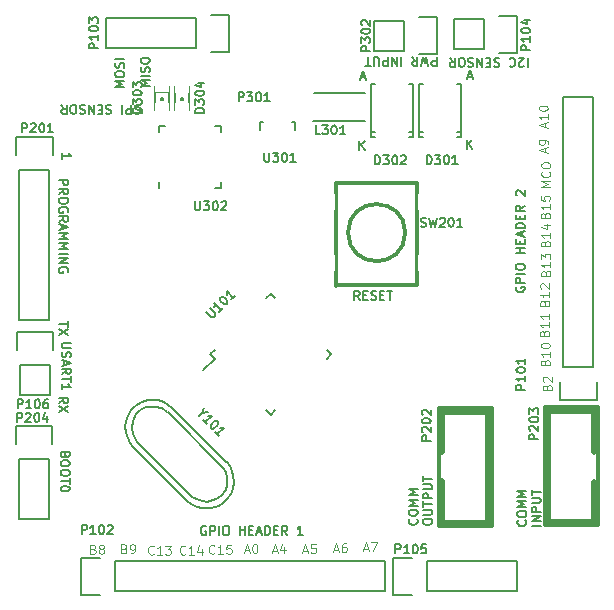
<source format=gbr>
G04 #@! TF.FileFunction,Legend,Top*
%FSLAX46Y46*%
G04 Gerber Fmt 4.6, Leading zero omitted, Abs format (unit mm)*
G04 Created by KiCad (PCBNEW 4.0.1-3.201512221402+6198~38~ubuntu14.04.1-stable) date Mon 04 Jan 2016 12:08:05 AM EST*
%MOMM*%
G01*
G04 APERTURE LIST*
%ADD10C,0.100000*%
%ADD11C,0.152400*%
%ADD12C,0.101600*%
%ADD13C,0.150000*%
%ADD14C,0.500000*%
%ADD15C,0.300000*%
%ADD16C,0.127000*%
%ADD17R,1.800860X2.499360*%
%ADD18R,1.198880X1.198880*%
%ADD19R,1.150620X1.399540*%
%ADD20R,2.032000X1.727200*%
%ADD21O,2.032000X1.727200*%
%ADD22R,1.727200X2.032000*%
%ADD23O,1.727200X2.032000*%
%ADD24R,2.032000X2.032000*%
%ADD25O,2.032000X2.032000*%
%ADD26R,0.800100X0.800100*%
%ADD27R,0.250000X0.700000*%
%ADD28R,0.700000X0.250000*%
%ADD29R,1.725000X1.725000*%
%ADD30C,1.501140*%
%ADD31R,0.400000X1.350000*%
%ADD32R,1.600000X1.400000*%
%ADD33R,1.900000X1.900000*%
%ADD34C,1.600000*%
%ADD35C,1.500000*%
%ADD36R,2.100000X1.400000*%
G04 APERTURE END LIST*
D10*
D11*
X113949514Y-82718728D02*
X113187514Y-82718728D01*
X113731800Y-82464728D01*
X113187514Y-82210728D01*
X113949514Y-82210728D01*
X113949514Y-81847871D02*
X113187514Y-81847871D01*
X113913229Y-81521300D02*
X113949514Y-81412443D01*
X113949514Y-81231014D01*
X113913229Y-81158443D01*
X113876943Y-81122157D01*
X113804371Y-81085872D01*
X113731800Y-81085872D01*
X113659229Y-81122157D01*
X113622943Y-81158443D01*
X113586657Y-81231014D01*
X113550371Y-81376157D01*
X113514086Y-81448729D01*
X113477800Y-81485014D01*
X113405229Y-81521300D01*
X113332657Y-81521300D01*
X113260086Y-81485014D01*
X113223800Y-81448729D01*
X113187514Y-81376157D01*
X113187514Y-81194729D01*
X113223800Y-81085872D01*
X113187514Y-80614158D02*
X113187514Y-80469015D01*
X113223800Y-80396443D01*
X113296371Y-80323872D01*
X113441514Y-80287586D01*
X113695514Y-80287586D01*
X113840657Y-80323872D01*
X113913229Y-80396443D01*
X113949514Y-80469015D01*
X113949514Y-80614158D01*
X113913229Y-80686729D01*
X113840657Y-80759300D01*
X113695514Y-80795586D01*
X113441514Y-80795586D01*
X113296371Y-80759300D01*
X113223800Y-80686729D01*
X113187514Y-80614158D01*
X111790514Y-82782228D02*
X111028514Y-82782228D01*
X111572800Y-82528228D01*
X111028514Y-82274228D01*
X111790514Y-82274228D01*
X111028514Y-81766229D02*
X111028514Y-81621086D01*
X111064800Y-81548514D01*
X111137371Y-81475943D01*
X111282514Y-81439657D01*
X111536514Y-81439657D01*
X111681657Y-81475943D01*
X111754229Y-81548514D01*
X111790514Y-81621086D01*
X111790514Y-81766229D01*
X111754229Y-81838800D01*
X111681657Y-81911371D01*
X111536514Y-81947657D01*
X111282514Y-81947657D01*
X111137371Y-81911371D01*
X111064800Y-81838800D01*
X111028514Y-81766229D01*
X111754229Y-81149371D02*
X111790514Y-81040514D01*
X111790514Y-80859085D01*
X111754229Y-80786514D01*
X111717943Y-80750228D01*
X111645371Y-80713943D01*
X111572800Y-80713943D01*
X111500229Y-80750228D01*
X111463943Y-80786514D01*
X111427657Y-80859085D01*
X111391371Y-81004228D01*
X111355086Y-81076800D01*
X111318800Y-81113085D01*
X111246229Y-81149371D01*
X111173657Y-81149371D01*
X111101086Y-81113085D01*
X111064800Y-81076800D01*
X111028514Y-81004228D01*
X111028514Y-80822800D01*
X111064800Y-80713943D01*
X111790514Y-80387371D02*
X111028514Y-80387371D01*
X113114942Y-84324371D02*
X113006085Y-84288086D01*
X112824656Y-84288086D01*
X112752085Y-84324371D01*
X112715799Y-84360657D01*
X112679514Y-84433229D01*
X112679514Y-84505800D01*
X112715799Y-84578371D01*
X112752085Y-84614657D01*
X112824656Y-84650943D01*
X112969799Y-84687229D01*
X113042371Y-84723514D01*
X113078656Y-84759800D01*
X113114942Y-84832371D01*
X113114942Y-84904943D01*
X113078656Y-84977514D01*
X113042371Y-85013800D01*
X112969799Y-85050086D01*
X112788371Y-85050086D01*
X112679514Y-85013800D01*
X112352942Y-84288086D02*
X112352942Y-85050086D01*
X112062657Y-85050086D01*
X111990085Y-85013800D01*
X111953800Y-84977514D01*
X111917514Y-84904943D01*
X111917514Y-84796086D01*
X111953800Y-84723514D01*
X111990085Y-84687229D01*
X112062657Y-84650943D01*
X112352942Y-84650943D01*
X111590942Y-84288086D02*
X111590942Y-85050086D01*
X110683800Y-84324371D02*
X110574943Y-84288086D01*
X110393514Y-84288086D01*
X110320943Y-84324371D01*
X110284657Y-84360657D01*
X110248372Y-84433229D01*
X110248372Y-84505800D01*
X110284657Y-84578371D01*
X110320943Y-84614657D01*
X110393514Y-84650943D01*
X110538657Y-84687229D01*
X110611229Y-84723514D01*
X110647514Y-84759800D01*
X110683800Y-84832371D01*
X110683800Y-84904943D01*
X110647514Y-84977514D01*
X110611229Y-85013800D01*
X110538657Y-85050086D01*
X110357229Y-85050086D01*
X110248372Y-85013800D01*
X109921800Y-84687229D02*
X109667800Y-84687229D01*
X109558943Y-84288086D02*
X109921800Y-84288086D01*
X109921800Y-85050086D01*
X109558943Y-85050086D01*
X109232371Y-84288086D02*
X109232371Y-85050086D01*
X108796943Y-84288086D01*
X108796943Y-85050086D01*
X108470371Y-84324371D02*
X108361514Y-84288086D01*
X108180085Y-84288086D01*
X108107514Y-84324371D01*
X108071228Y-84360657D01*
X108034943Y-84433229D01*
X108034943Y-84505800D01*
X108071228Y-84578371D01*
X108107514Y-84614657D01*
X108180085Y-84650943D01*
X108325228Y-84687229D01*
X108397800Y-84723514D01*
X108434085Y-84759800D01*
X108470371Y-84832371D01*
X108470371Y-84904943D01*
X108434085Y-84977514D01*
X108397800Y-85013800D01*
X108325228Y-85050086D01*
X108143800Y-85050086D01*
X108034943Y-85013800D01*
X107563229Y-85050086D02*
X107418086Y-85050086D01*
X107345514Y-85013800D01*
X107272943Y-84941229D01*
X107236657Y-84796086D01*
X107236657Y-84542086D01*
X107272943Y-84396943D01*
X107345514Y-84324371D01*
X107418086Y-84288086D01*
X107563229Y-84288086D01*
X107635800Y-84324371D01*
X107708371Y-84396943D01*
X107744657Y-84542086D01*
X107744657Y-84796086D01*
X107708371Y-84941229D01*
X107635800Y-85013800D01*
X107563229Y-85050086D01*
X106474657Y-84288086D02*
X106728657Y-84650943D01*
X106910085Y-84288086D02*
X106910085Y-85050086D01*
X106619800Y-85050086D01*
X106547228Y-85013800D01*
X106510943Y-84977514D01*
X106474657Y-84904943D01*
X106474657Y-84796086D01*
X106510943Y-84723514D01*
X106547228Y-84687229D01*
X106619800Y-84650943D01*
X106910085Y-84650943D01*
X106554486Y-88838314D02*
X106554486Y-88402886D01*
X106554486Y-88620600D02*
X107316486Y-88620600D01*
X107207629Y-88548029D01*
X107135057Y-88475457D01*
X107098771Y-88402886D01*
X106275086Y-109537500D02*
X106637943Y-109283500D01*
X106275086Y-109102072D02*
X107037086Y-109102072D01*
X107037086Y-109392357D01*
X107000800Y-109464929D01*
X106964514Y-109501214D01*
X106891943Y-109537500D01*
X106783086Y-109537500D01*
X106710514Y-109501214D01*
X106674229Y-109464929D01*
X106637943Y-109392357D01*
X106637943Y-109102072D01*
X107037086Y-109791500D02*
X106275086Y-110299500D01*
X107037086Y-110299500D02*
X106275086Y-109791500D01*
X107062486Y-102632329D02*
X107062486Y-103067758D01*
X106300486Y-102850044D02*
X107062486Y-102850044D01*
X107062486Y-103249186D02*
X106300486Y-103757186D01*
X107062486Y-103757186D02*
X106300486Y-103249186D01*
X107265686Y-104459315D02*
X106648829Y-104459315D01*
X106576257Y-104495600D01*
X106539971Y-104531886D01*
X106503686Y-104604457D01*
X106503686Y-104749600D01*
X106539971Y-104822172D01*
X106576257Y-104858457D01*
X106648829Y-104894743D01*
X107265686Y-104894743D01*
X106539971Y-105221315D02*
X106503686Y-105330172D01*
X106503686Y-105511601D01*
X106539971Y-105584172D01*
X106576257Y-105620458D01*
X106648829Y-105656743D01*
X106721400Y-105656743D01*
X106793971Y-105620458D01*
X106830257Y-105584172D01*
X106866543Y-105511601D01*
X106902829Y-105366458D01*
X106939114Y-105293886D01*
X106975400Y-105257601D01*
X107047971Y-105221315D01*
X107120543Y-105221315D01*
X107193114Y-105257601D01*
X107229400Y-105293886D01*
X107265686Y-105366458D01*
X107265686Y-105547886D01*
X107229400Y-105656743D01*
X106721400Y-105947029D02*
X106721400Y-106309886D01*
X106503686Y-105874457D02*
X107265686Y-106128457D01*
X106503686Y-106382457D01*
X106503686Y-107071886D02*
X106866543Y-106817886D01*
X106503686Y-106636458D02*
X107265686Y-106636458D01*
X107265686Y-106926743D01*
X107229400Y-106999315D01*
X107193114Y-107035600D01*
X107120543Y-107071886D01*
X107011686Y-107071886D01*
X106939114Y-107035600D01*
X106902829Y-106999315D01*
X106866543Y-106926743D01*
X106866543Y-106636458D01*
X107265686Y-107289600D02*
X107265686Y-107725029D01*
X106503686Y-107507315D02*
X107265686Y-107507315D01*
X106503686Y-108378171D02*
X106503686Y-107942743D01*
X106503686Y-108160457D02*
X107265686Y-108160457D01*
X107156829Y-108087886D01*
X107084257Y-108015314D01*
X107047971Y-107942743D01*
X145766643Y-119474343D02*
X145802929Y-119510629D01*
X145839214Y-119619486D01*
X145839214Y-119692057D01*
X145802929Y-119800914D01*
X145730357Y-119873486D01*
X145657786Y-119909771D01*
X145512643Y-119946057D01*
X145403786Y-119946057D01*
X145258643Y-119909771D01*
X145186071Y-119873486D01*
X145113500Y-119800914D01*
X145077214Y-119692057D01*
X145077214Y-119619486D01*
X145113500Y-119510629D01*
X145149786Y-119474343D01*
X145077214Y-119002629D02*
X145077214Y-118857486D01*
X145113500Y-118784914D01*
X145186071Y-118712343D01*
X145331214Y-118676057D01*
X145585214Y-118676057D01*
X145730357Y-118712343D01*
X145802929Y-118784914D01*
X145839214Y-118857486D01*
X145839214Y-119002629D01*
X145802929Y-119075200D01*
X145730357Y-119147771D01*
X145585214Y-119184057D01*
X145331214Y-119184057D01*
X145186071Y-119147771D01*
X145113500Y-119075200D01*
X145077214Y-119002629D01*
X145839214Y-118349485D02*
X145077214Y-118349485D01*
X145621500Y-118095485D01*
X145077214Y-117841485D01*
X145839214Y-117841485D01*
X145839214Y-117478628D02*
X145077214Y-117478628D01*
X145621500Y-117224628D01*
X145077214Y-116970628D01*
X145839214Y-116970628D01*
X147058414Y-119909771D02*
X146296414Y-119909771D01*
X147058414Y-119546914D02*
X146296414Y-119546914D01*
X147058414Y-119111486D01*
X146296414Y-119111486D01*
X147058414Y-118748628D02*
X146296414Y-118748628D01*
X146296414Y-118458343D01*
X146332700Y-118385771D01*
X146368986Y-118349486D01*
X146441557Y-118313200D01*
X146550414Y-118313200D01*
X146622986Y-118349486D01*
X146659271Y-118385771D01*
X146695557Y-118458343D01*
X146695557Y-118748628D01*
X146296414Y-117986628D02*
X146913271Y-117986628D01*
X146985843Y-117950343D01*
X147022129Y-117914057D01*
X147058414Y-117841486D01*
X147058414Y-117696343D01*
X147022129Y-117623771D01*
X146985843Y-117587486D01*
X146913271Y-117551200D01*
X146296414Y-117551200D01*
X146296414Y-117297200D02*
X146296414Y-116861771D01*
X147058414Y-117079485D02*
X146296414Y-117079485D01*
X136559143Y-119360043D02*
X136595429Y-119396329D01*
X136631714Y-119505186D01*
X136631714Y-119577757D01*
X136595429Y-119686614D01*
X136522857Y-119759186D01*
X136450286Y-119795471D01*
X136305143Y-119831757D01*
X136196286Y-119831757D01*
X136051143Y-119795471D01*
X135978571Y-119759186D01*
X135906000Y-119686614D01*
X135869714Y-119577757D01*
X135869714Y-119505186D01*
X135906000Y-119396329D01*
X135942286Y-119360043D01*
X135869714Y-118888329D02*
X135869714Y-118743186D01*
X135906000Y-118670614D01*
X135978571Y-118598043D01*
X136123714Y-118561757D01*
X136377714Y-118561757D01*
X136522857Y-118598043D01*
X136595429Y-118670614D01*
X136631714Y-118743186D01*
X136631714Y-118888329D01*
X136595429Y-118960900D01*
X136522857Y-119033471D01*
X136377714Y-119069757D01*
X136123714Y-119069757D01*
X135978571Y-119033471D01*
X135906000Y-118960900D01*
X135869714Y-118888329D01*
X136631714Y-118235185D02*
X135869714Y-118235185D01*
X136414000Y-117981185D01*
X135869714Y-117727185D01*
X136631714Y-117727185D01*
X136631714Y-117364328D02*
X135869714Y-117364328D01*
X136414000Y-117110328D01*
X135869714Y-116856328D01*
X136631714Y-116856328D01*
X137088914Y-119650329D02*
X137088914Y-119505186D01*
X137125200Y-119432614D01*
X137197771Y-119360043D01*
X137342914Y-119323757D01*
X137596914Y-119323757D01*
X137742057Y-119360043D01*
X137814629Y-119432614D01*
X137850914Y-119505186D01*
X137850914Y-119650329D01*
X137814629Y-119722900D01*
X137742057Y-119795471D01*
X137596914Y-119831757D01*
X137342914Y-119831757D01*
X137197771Y-119795471D01*
X137125200Y-119722900D01*
X137088914Y-119650329D01*
X137088914Y-118997185D02*
X137705771Y-118997185D01*
X137778343Y-118960900D01*
X137814629Y-118924614D01*
X137850914Y-118852043D01*
X137850914Y-118706900D01*
X137814629Y-118634328D01*
X137778343Y-118598043D01*
X137705771Y-118561757D01*
X137088914Y-118561757D01*
X137088914Y-118307757D02*
X137088914Y-117872328D01*
X137850914Y-118090042D02*
X137088914Y-118090042D01*
X137850914Y-117618328D02*
X137088914Y-117618328D01*
X137088914Y-117328043D01*
X137125200Y-117255471D01*
X137161486Y-117219186D01*
X137234057Y-117182900D01*
X137342914Y-117182900D01*
X137415486Y-117219186D01*
X137451771Y-117255471D01*
X137488057Y-117328043D01*
X137488057Y-117618328D01*
X137088914Y-116856328D02*
X137705771Y-116856328D01*
X137778343Y-116820043D01*
X137814629Y-116783757D01*
X137850914Y-116711186D01*
X137850914Y-116566043D01*
X137814629Y-116493471D01*
X137778343Y-116457186D01*
X137705771Y-116420900D01*
X137088914Y-116420900D01*
X137088914Y-116166900D02*
X137088914Y-115731471D01*
X137850914Y-115949185D02*
X137088914Y-115949185D01*
X131725886Y-100801714D02*
X131471886Y-100438857D01*
X131290458Y-100801714D02*
X131290458Y-100039714D01*
X131580743Y-100039714D01*
X131653315Y-100076000D01*
X131689600Y-100112286D01*
X131725886Y-100184857D01*
X131725886Y-100293714D01*
X131689600Y-100366286D01*
X131653315Y-100402571D01*
X131580743Y-100438857D01*
X131290458Y-100438857D01*
X132052458Y-100402571D02*
X132306458Y-100402571D01*
X132415315Y-100801714D02*
X132052458Y-100801714D01*
X132052458Y-100039714D01*
X132415315Y-100039714D01*
X132705601Y-100765429D02*
X132814458Y-100801714D01*
X132995887Y-100801714D01*
X133068458Y-100765429D01*
X133104744Y-100729143D01*
X133141029Y-100656571D01*
X133141029Y-100584000D01*
X133104744Y-100511429D01*
X133068458Y-100475143D01*
X132995887Y-100438857D01*
X132850744Y-100402571D01*
X132778172Y-100366286D01*
X132741887Y-100330000D01*
X132705601Y-100257429D01*
X132705601Y-100184857D01*
X132741887Y-100112286D01*
X132778172Y-100076000D01*
X132850744Y-100039714D01*
X133032172Y-100039714D01*
X133141029Y-100076000D01*
X133467601Y-100402571D02*
X133721601Y-100402571D01*
X133830458Y-100801714D02*
X133467601Y-100801714D01*
X133467601Y-100039714D01*
X133830458Y-100039714D01*
X134048172Y-100039714D02*
X134483601Y-100039714D01*
X134265887Y-100801714D02*
X134265887Y-100039714D01*
X138240985Y-80211386D02*
X138240985Y-80973386D01*
X137950700Y-80973386D01*
X137878128Y-80937100D01*
X137841843Y-80900814D01*
X137805557Y-80828243D01*
X137805557Y-80719386D01*
X137841843Y-80646814D01*
X137878128Y-80610529D01*
X137950700Y-80574243D01*
X138240985Y-80574243D01*
X137551557Y-80973386D02*
X137370128Y-80211386D01*
X137224985Y-80755671D01*
X137079843Y-80211386D01*
X136898414Y-80973386D01*
X136172700Y-80211386D02*
X136426700Y-80574243D01*
X136608128Y-80211386D02*
X136608128Y-80973386D01*
X136317843Y-80973386D01*
X136245271Y-80937100D01*
X136208986Y-80900814D01*
X136172700Y-80828243D01*
X136172700Y-80719386D01*
X136208986Y-80646814D01*
X136245271Y-80610529D01*
X136317843Y-80574243D01*
X136608128Y-80574243D01*
X135265557Y-80211386D02*
X135265557Y-80973386D01*
X134902700Y-80211386D02*
X134902700Y-80973386D01*
X134467272Y-80211386D01*
X134467272Y-80973386D01*
X134104414Y-80211386D02*
X134104414Y-80973386D01*
X133814129Y-80973386D01*
X133741557Y-80937100D01*
X133705272Y-80900814D01*
X133668986Y-80828243D01*
X133668986Y-80719386D01*
X133705272Y-80646814D01*
X133741557Y-80610529D01*
X133814129Y-80574243D01*
X134104414Y-80574243D01*
X133342414Y-80973386D02*
X133342414Y-80356529D01*
X133306129Y-80283957D01*
X133269843Y-80247671D01*
X133197272Y-80211386D01*
X133052129Y-80211386D01*
X132979557Y-80247671D01*
X132943272Y-80283957D01*
X132906986Y-80356529D01*
X132906986Y-80973386D01*
X132652986Y-80973386D02*
X132217557Y-80973386D01*
X132435271Y-80211386D02*
X132435271Y-80973386D01*
D12*
X147450300Y-86162242D02*
X147450300Y-85799385D01*
X147668014Y-86234814D02*
X146906014Y-85980814D01*
X147668014Y-85726814D01*
X147668014Y-85073671D02*
X147668014Y-85509099D01*
X147668014Y-85291385D02*
X146906014Y-85291385D01*
X147014871Y-85363956D01*
X147087443Y-85436528D01*
X147123729Y-85509099D01*
X146906014Y-84601957D02*
X146906014Y-84529385D01*
X146942300Y-84456814D01*
X146978586Y-84420528D01*
X147051157Y-84384242D01*
X147196300Y-84347957D01*
X147377729Y-84347957D01*
X147522871Y-84384242D01*
X147595443Y-84420528D01*
X147631729Y-84456814D01*
X147668014Y-84529385D01*
X147668014Y-84601957D01*
X147631729Y-84674528D01*
X147595443Y-84710814D01*
X147522871Y-84747099D01*
X147377729Y-84783385D01*
X147196300Y-84783385D01*
X147051157Y-84747099D01*
X146978586Y-84710814D01*
X146942300Y-84674528D01*
X146906014Y-84601957D01*
X147463000Y-88326685D02*
X147463000Y-87963828D01*
X147680714Y-88399257D02*
X146918714Y-88145257D01*
X147680714Y-87891257D01*
X147680714Y-87600971D02*
X147680714Y-87455828D01*
X147644429Y-87383256D01*
X147608143Y-87346971D01*
X147499286Y-87274399D01*
X147354143Y-87238114D01*
X147063857Y-87238114D01*
X146991286Y-87274399D01*
X146955000Y-87310685D01*
X146918714Y-87383256D01*
X146918714Y-87528399D01*
X146955000Y-87600971D01*
X146991286Y-87637256D01*
X147063857Y-87673542D01*
X147245286Y-87673542D01*
X147317857Y-87637256D01*
X147354143Y-87600971D01*
X147390429Y-87528399D01*
X147390429Y-87383256D01*
X147354143Y-87310685D01*
X147317857Y-87274399D01*
X147245286Y-87238114D01*
X147871214Y-91254942D02*
X147109214Y-91254942D01*
X147653500Y-91000942D01*
X147109214Y-90746942D01*
X147871214Y-90746942D01*
X147798643Y-89948657D02*
X147834929Y-89984943D01*
X147871214Y-90093800D01*
X147871214Y-90166371D01*
X147834929Y-90275228D01*
X147762357Y-90347800D01*
X147689786Y-90384085D01*
X147544643Y-90420371D01*
X147435786Y-90420371D01*
X147290643Y-90384085D01*
X147218071Y-90347800D01*
X147145500Y-90275228D01*
X147109214Y-90166371D01*
X147109214Y-90093800D01*
X147145500Y-89984943D01*
X147181786Y-89948657D01*
X147109214Y-89476943D02*
X147109214Y-89331800D01*
X147145500Y-89259228D01*
X147218071Y-89186657D01*
X147363214Y-89150371D01*
X147617214Y-89150371D01*
X147762357Y-89186657D01*
X147834929Y-89259228D01*
X147871214Y-89331800D01*
X147871214Y-89476943D01*
X147834929Y-89549514D01*
X147762357Y-89622085D01*
X147617214Y-89658371D01*
X147363214Y-89658371D01*
X147218071Y-89622085D01*
X147145500Y-89549514D01*
X147109214Y-89476943D01*
X147433971Y-93609885D02*
X147470257Y-93501028D01*
X147506543Y-93464743D01*
X147579114Y-93428457D01*
X147687971Y-93428457D01*
X147760543Y-93464743D01*
X147796829Y-93501028D01*
X147833114Y-93573600D01*
X147833114Y-93863885D01*
X147071114Y-93863885D01*
X147071114Y-93609885D01*
X147107400Y-93537314D01*
X147143686Y-93501028D01*
X147216257Y-93464743D01*
X147288829Y-93464743D01*
X147361400Y-93501028D01*
X147397686Y-93537314D01*
X147433971Y-93609885D01*
X147433971Y-93863885D01*
X147833114Y-92702743D02*
X147833114Y-93138171D01*
X147833114Y-92920457D02*
X147071114Y-92920457D01*
X147179971Y-92993028D01*
X147252543Y-93065600D01*
X147288829Y-93138171D01*
X147071114Y-92013314D02*
X147071114Y-92376171D01*
X147433971Y-92412457D01*
X147397686Y-92376171D01*
X147361400Y-92303600D01*
X147361400Y-92122171D01*
X147397686Y-92049600D01*
X147433971Y-92013314D01*
X147506543Y-91977029D01*
X147687971Y-91977029D01*
X147760543Y-92013314D01*
X147796829Y-92049600D01*
X147833114Y-92122171D01*
X147833114Y-92303600D01*
X147796829Y-92376171D01*
X147760543Y-92412457D01*
X147459371Y-96010185D02*
X147495657Y-95901328D01*
X147531943Y-95865043D01*
X147604514Y-95828757D01*
X147713371Y-95828757D01*
X147785943Y-95865043D01*
X147822229Y-95901328D01*
X147858514Y-95973900D01*
X147858514Y-96264185D01*
X147096514Y-96264185D01*
X147096514Y-96010185D01*
X147132800Y-95937614D01*
X147169086Y-95901328D01*
X147241657Y-95865043D01*
X147314229Y-95865043D01*
X147386800Y-95901328D01*
X147423086Y-95937614D01*
X147459371Y-96010185D01*
X147459371Y-96264185D01*
X147858514Y-95103043D02*
X147858514Y-95538471D01*
X147858514Y-95320757D02*
X147096514Y-95320757D01*
X147205371Y-95393328D01*
X147277943Y-95465900D01*
X147314229Y-95538471D01*
X147350514Y-94449900D02*
X147858514Y-94449900D01*
X147060229Y-94631329D02*
X147604514Y-94812757D01*
X147604514Y-94341043D01*
X147484771Y-98512085D02*
X147521057Y-98403228D01*
X147557343Y-98366943D01*
X147629914Y-98330657D01*
X147738771Y-98330657D01*
X147811343Y-98366943D01*
X147847629Y-98403228D01*
X147883914Y-98475800D01*
X147883914Y-98766085D01*
X147121914Y-98766085D01*
X147121914Y-98512085D01*
X147158200Y-98439514D01*
X147194486Y-98403228D01*
X147267057Y-98366943D01*
X147339629Y-98366943D01*
X147412200Y-98403228D01*
X147448486Y-98439514D01*
X147484771Y-98512085D01*
X147484771Y-98766085D01*
X147883914Y-97604943D02*
X147883914Y-98040371D01*
X147883914Y-97822657D02*
X147121914Y-97822657D01*
X147230771Y-97895228D01*
X147303343Y-97967800D01*
X147339629Y-98040371D01*
X147121914Y-97350943D02*
X147121914Y-96879229D01*
X147412200Y-97133229D01*
X147412200Y-97024371D01*
X147448486Y-96951800D01*
X147484771Y-96915514D01*
X147557343Y-96879229D01*
X147738771Y-96879229D01*
X147811343Y-96915514D01*
X147847629Y-96951800D01*
X147883914Y-97024371D01*
X147883914Y-97242086D01*
X147847629Y-97314657D01*
X147811343Y-97350943D01*
X147395871Y-101039385D02*
X147432157Y-100930528D01*
X147468443Y-100894243D01*
X147541014Y-100857957D01*
X147649871Y-100857957D01*
X147722443Y-100894243D01*
X147758729Y-100930528D01*
X147795014Y-101003100D01*
X147795014Y-101293385D01*
X147033014Y-101293385D01*
X147033014Y-101039385D01*
X147069300Y-100966814D01*
X147105586Y-100930528D01*
X147178157Y-100894243D01*
X147250729Y-100894243D01*
X147323300Y-100930528D01*
X147359586Y-100966814D01*
X147395871Y-101039385D01*
X147395871Y-101293385D01*
X147795014Y-100132243D02*
X147795014Y-100567671D01*
X147795014Y-100349957D02*
X147033014Y-100349957D01*
X147141871Y-100422528D01*
X147214443Y-100495100D01*
X147250729Y-100567671D01*
X147105586Y-99841957D02*
X147069300Y-99805671D01*
X147033014Y-99733100D01*
X147033014Y-99551671D01*
X147069300Y-99479100D01*
X147105586Y-99442814D01*
X147178157Y-99406529D01*
X147250729Y-99406529D01*
X147359586Y-99442814D01*
X147795014Y-99878243D01*
X147795014Y-99406529D01*
X147357771Y-103604785D02*
X147394057Y-103495928D01*
X147430343Y-103459643D01*
X147502914Y-103423357D01*
X147611771Y-103423357D01*
X147684343Y-103459643D01*
X147720629Y-103495928D01*
X147756914Y-103568500D01*
X147756914Y-103858785D01*
X146994914Y-103858785D01*
X146994914Y-103604785D01*
X147031200Y-103532214D01*
X147067486Y-103495928D01*
X147140057Y-103459643D01*
X147212629Y-103459643D01*
X147285200Y-103495928D01*
X147321486Y-103532214D01*
X147357771Y-103604785D01*
X147357771Y-103858785D01*
X147756914Y-102697643D02*
X147756914Y-103133071D01*
X147756914Y-102915357D02*
X146994914Y-102915357D01*
X147103771Y-102987928D01*
X147176343Y-103060500D01*
X147212629Y-103133071D01*
X147756914Y-101971929D02*
X147756914Y-102407357D01*
X147756914Y-102189643D02*
X146994914Y-102189643D01*
X147103771Y-102262214D01*
X147176343Y-102334786D01*
X147212629Y-102407357D01*
X147433971Y-106093985D02*
X147470257Y-105985128D01*
X147506543Y-105948843D01*
X147579114Y-105912557D01*
X147687971Y-105912557D01*
X147760543Y-105948843D01*
X147796829Y-105985128D01*
X147833114Y-106057700D01*
X147833114Y-106347985D01*
X147071114Y-106347985D01*
X147071114Y-106093985D01*
X147107400Y-106021414D01*
X147143686Y-105985128D01*
X147216257Y-105948843D01*
X147288829Y-105948843D01*
X147361400Y-105985128D01*
X147397686Y-106021414D01*
X147433971Y-106093985D01*
X147433971Y-106347985D01*
X147833114Y-105186843D02*
X147833114Y-105622271D01*
X147833114Y-105404557D02*
X147071114Y-105404557D01*
X147179971Y-105477128D01*
X147252543Y-105549700D01*
X147288829Y-105622271D01*
X147071114Y-104715129D02*
X147071114Y-104642557D01*
X147107400Y-104569986D01*
X147143686Y-104533700D01*
X147216257Y-104497414D01*
X147361400Y-104461129D01*
X147542829Y-104461129D01*
X147687971Y-104497414D01*
X147760543Y-104533700D01*
X147796829Y-104569986D01*
X147833114Y-104642557D01*
X147833114Y-104715129D01*
X147796829Y-104787700D01*
X147760543Y-104823986D01*
X147687971Y-104860271D01*
X147542829Y-104896557D01*
X147361400Y-104896557D01*
X147216257Y-104860271D01*
X147143686Y-104823986D01*
X147107400Y-104787700D01*
X147071114Y-104715129D01*
X147586371Y-108207628D02*
X147622657Y-108098771D01*
X147658943Y-108062486D01*
X147731514Y-108026200D01*
X147840371Y-108026200D01*
X147912943Y-108062486D01*
X147949229Y-108098771D01*
X147985514Y-108171343D01*
X147985514Y-108461628D01*
X147223514Y-108461628D01*
X147223514Y-108207628D01*
X147259800Y-108135057D01*
X147296086Y-108098771D01*
X147368657Y-108062486D01*
X147441229Y-108062486D01*
X147513800Y-108098771D01*
X147550086Y-108135057D01*
X147586371Y-108207628D01*
X147586371Y-108461628D01*
X147296086Y-107735914D02*
X147259800Y-107699628D01*
X147223514Y-107627057D01*
X147223514Y-107445628D01*
X147259800Y-107373057D01*
X147296086Y-107336771D01*
X147368657Y-107300486D01*
X147441229Y-107300486D01*
X147550086Y-107336771D01*
X147985514Y-107772200D01*
X147985514Y-107300486D01*
X132047015Y-121881900D02*
X132409872Y-121881900D01*
X131974443Y-122099614D02*
X132228443Y-121337614D01*
X132482443Y-122099614D01*
X132663872Y-121337614D02*
X133171872Y-121337614D01*
X132845301Y-122099614D01*
X129545115Y-121945400D02*
X129907972Y-121945400D01*
X129472543Y-122163114D02*
X129726543Y-121401114D01*
X129980543Y-122163114D01*
X130561115Y-121401114D02*
X130415972Y-121401114D01*
X130343401Y-121437400D01*
X130307115Y-121473686D01*
X130234544Y-121582543D01*
X130198258Y-121727686D01*
X130198258Y-122017971D01*
X130234544Y-122090543D01*
X130270829Y-122126829D01*
X130343401Y-122163114D01*
X130488544Y-122163114D01*
X130561115Y-122126829D01*
X130597401Y-122090543D01*
X130633686Y-122017971D01*
X130633686Y-121836543D01*
X130597401Y-121763971D01*
X130561115Y-121727686D01*
X130488544Y-121691400D01*
X130343401Y-121691400D01*
X130270829Y-121727686D01*
X130234544Y-121763971D01*
X130198258Y-121836543D01*
X126954315Y-122034300D02*
X127317172Y-122034300D01*
X126881743Y-122252014D02*
X127135743Y-121490014D01*
X127389743Y-122252014D01*
X128006601Y-121490014D02*
X127643744Y-121490014D01*
X127607458Y-121852871D01*
X127643744Y-121816586D01*
X127716315Y-121780300D01*
X127897744Y-121780300D01*
X127970315Y-121816586D01*
X128006601Y-121852871D01*
X128042886Y-121925443D01*
X128042886Y-122106871D01*
X128006601Y-122179443D01*
X127970315Y-122215729D01*
X127897744Y-122252014D01*
X127716315Y-122252014D01*
X127643744Y-122215729D01*
X127607458Y-122179443D01*
X124350815Y-122034300D02*
X124713672Y-122034300D01*
X124278243Y-122252014D02*
X124532243Y-121490014D01*
X124786243Y-122252014D01*
X125366815Y-121744014D02*
X125366815Y-122252014D01*
X125185386Y-121453729D02*
X125003958Y-121998014D01*
X125475672Y-121998014D01*
X121988615Y-122021600D02*
X122351472Y-122021600D01*
X121916043Y-122239314D02*
X122170043Y-121477314D01*
X122424043Y-122239314D01*
X122823186Y-121477314D02*
X122895758Y-121477314D01*
X122968329Y-121513600D01*
X123004615Y-121549886D01*
X123040901Y-121622457D01*
X123077186Y-121767600D01*
X123077186Y-121949029D01*
X123040901Y-122094171D01*
X123004615Y-122166743D01*
X122968329Y-122203029D01*
X122895758Y-122239314D01*
X122823186Y-122239314D01*
X122750615Y-122203029D01*
X122714329Y-122166743D01*
X122678044Y-122094171D01*
X122641758Y-121949029D01*
X122641758Y-121767600D01*
X122678044Y-121622457D01*
X122714329Y-121549886D01*
X122750615Y-121513600D01*
X122823186Y-121477314D01*
X119439543Y-122230243D02*
X119403257Y-122266529D01*
X119294400Y-122302814D01*
X119221829Y-122302814D01*
X119112972Y-122266529D01*
X119040400Y-122193957D01*
X119004115Y-122121386D01*
X118967829Y-121976243D01*
X118967829Y-121867386D01*
X119004115Y-121722243D01*
X119040400Y-121649671D01*
X119112972Y-121577100D01*
X119221829Y-121540814D01*
X119294400Y-121540814D01*
X119403257Y-121577100D01*
X119439543Y-121613386D01*
X120165257Y-122302814D02*
X119729829Y-122302814D01*
X119947543Y-122302814D02*
X119947543Y-121540814D01*
X119874972Y-121649671D01*
X119802400Y-121722243D01*
X119729829Y-121758529D01*
X120854686Y-121540814D02*
X120491829Y-121540814D01*
X120455543Y-121903671D01*
X120491829Y-121867386D01*
X120564400Y-121831100D01*
X120745829Y-121831100D01*
X120818400Y-121867386D01*
X120854686Y-121903671D01*
X120890971Y-121976243D01*
X120890971Y-122157671D01*
X120854686Y-122230243D01*
X120818400Y-122266529D01*
X120745829Y-122302814D01*
X120564400Y-122302814D01*
X120491829Y-122266529D01*
X120455543Y-122230243D01*
X116963043Y-122293743D02*
X116926757Y-122330029D01*
X116817900Y-122366314D01*
X116745329Y-122366314D01*
X116636472Y-122330029D01*
X116563900Y-122257457D01*
X116527615Y-122184886D01*
X116491329Y-122039743D01*
X116491329Y-121930886D01*
X116527615Y-121785743D01*
X116563900Y-121713171D01*
X116636472Y-121640600D01*
X116745329Y-121604314D01*
X116817900Y-121604314D01*
X116926757Y-121640600D01*
X116963043Y-121676886D01*
X117688757Y-122366314D02*
X117253329Y-122366314D01*
X117471043Y-122366314D02*
X117471043Y-121604314D01*
X117398472Y-121713171D01*
X117325900Y-121785743D01*
X117253329Y-121822029D01*
X118341900Y-121858314D02*
X118341900Y-122366314D01*
X118160471Y-121568029D02*
X117979043Y-122112314D01*
X118450757Y-122112314D01*
X114283343Y-122293743D02*
X114247057Y-122330029D01*
X114138200Y-122366314D01*
X114065629Y-122366314D01*
X113956772Y-122330029D01*
X113884200Y-122257457D01*
X113847915Y-122184886D01*
X113811629Y-122039743D01*
X113811629Y-121930886D01*
X113847915Y-121785743D01*
X113884200Y-121713171D01*
X113956772Y-121640600D01*
X114065629Y-121604314D01*
X114138200Y-121604314D01*
X114247057Y-121640600D01*
X114283343Y-121676886D01*
X115009057Y-122366314D02*
X114573629Y-122366314D01*
X114791343Y-122366314D02*
X114791343Y-121604314D01*
X114718772Y-121713171D01*
X114646200Y-121785743D01*
X114573629Y-121822029D01*
X115263057Y-121604314D02*
X115734771Y-121604314D01*
X115480771Y-121894600D01*
X115589629Y-121894600D01*
X115662200Y-121930886D01*
X115698486Y-121967171D01*
X115734771Y-122039743D01*
X115734771Y-122221171D01*
X115698486Y-122293743D01*
X115662200Y-122330029D01*
X115589629Y-122366314D01*
X115371914Y-122366314D01*
X115299343Y-122330029D01*
X115263057Y-122293743D01*
X111797772Y-121865571D02*
X111906629Y-121901857D01*
X111942914Y-121938143D01*
X111979200Y-122010714D01*
X111979200Y-122119571D01*
X111942914Y-122192143D01*
X111906629Y-122228429D01*
X111834057Y-122264714D01*
X111543772Y-122264714D01*
X111543772Y-121502714D01*
X111797772Y-121502714D01*
X111870343Y-121539000D01*
X111906629Y-121575286D01*
X111942914Y-121647857D01*
X111942914Y-121720429D01*
X111906629Y-121793000D01*
X111870343Y-121829286D01*
X111797772Y-121865571D01*
X111543772Y-121865571D01*
X112342057Y-122264714D02*
X112487200Y-122264714D01*
X112559772Y-122228429D01*
X112596057Y-122192143D01*
X112668629Y-122083286D01*
X112704914Y-121938143D01*
X112704914Y-121647857D01*
X112668629Y-121575286D01*
X112632343Y-121539000D01*
X112559772Y-121502714D01*
X112414629Y-121502714D01*
X112342057Y-121539000D01*
X112305772Y-121575286D01*
X112269486Y-121647857D01*
X112269486Y-121829286D01*
X112305772Y-121901857D01*
X112342057Y-121938143D01*
X112414629Y-121974429D01*
X112559772Y-121974429D01*
X112632343Y-121938143D01*
X112668629Y-121901857D01*
X112704914Y-121829286D01*
X109194272Y-121903671D02*
X109303129Y-121939957D01*
X109339414Y-121976243D01*
X109375700Y-122048814D01*
X109375700Y-122157671D01*
X109339414Y-122230243D01*
X109303129Y-122266529D01*
X109230557Y-122302814D01*
X108940272Y-122302814D01*
X108940272Y-121540814D01*
X109194272Y-121540814D01*
X109266843Y-121577100D01*
X109303129Y-121613386D01*
X109339414Y-121685957D01*
X109339414Y-121758529D01*
X109303129Y-121831100D01*
X109266843Y-121867386D01*
X109194272Y-121903671D01*
X108940272Y-121903671D01*
X109811129Y-121867386D02*
X109738557Y-121831100D01*
X109702272Y-121794814D01*
X109665986Y-121722243D01*
X109665986Y-121685957D01*
X109702272Y-121613386D01*
X109738557Y-121577100D01*
X109811129Y-121540814D01*
X109956272Y-121540814D01*
X110028843Y-121577100D01*
X110065129Y-121613386D01*
X110101414Y-121685957D01*
X110101414Y-121722243D01*
X110065129Y-121794814D01*
X110028843Y-121831100D01*
X109956272Y-121867386D01*
X109811129Y-121867386D01*
X109738557Y-121903671D01*
X109702272Y-121939957D01*
X109665986Y-122012529D01*
X109665986Y-122157671D01*
X109702272Y-122230243D01*
X109738557Y-122266529D01*
X109811129Y-122302814D01*
X109956272Y-122302814D01*
X110028843Y-122266529D01*
X110065129Y-122230243D01*
X110101414Y-122157671D01*
X110101414Y-122012529D01*
X110065129Y-121939957D01*
X110028843Y-121903671D01*
X109956272Y-121867386D01*
D11*
X144973800Y-99716772D02*
X144937514Y-99789343D01*
X144937514Y-99898200D01*
X144973800Y-100007057D01*
X145046371Y-100079629D01*
X145118943Y-100115914D01*
X145264086Y-100152200D01*
X145372943Y-100152200D01*
X145518086Y-100115914D01*
X145590657Y-100079629D01*
X145663229Y-100007057D01*
X145699514Y-99898200D01*
X145699514Y-99825629D01*
X145663229Y-99716772D01*
X145626943Y-99680486D01*
X145372943Y-99680486D01*
X145372943Y-99825629D01*
X145699514Y-99353914D02*
X144937514Y-99353914D01*
X144937514Y-99063629D01*
X144973800Y-98991057D01*
X145010086Y-98954772D01*
X145082657Y-98918486D01*
X145191514Y-98918486D01*
X145264086Y-98954772D01*
X145300371Y-98991057D01*
X145336657Y-99063629D01*
X145336657Y-99353914D01*
X145699514Y-98591914D02*
X144937514Y-98591914D01*
X144937514Y-98083915D02*
X144937514Y-97938772D01*
X144973800Y-97866200D01*
X145046371Y-97793629D01*
X145191514Y-97757343D01*
X145445514Y-97757343D01*
X145590657Y-97793629D01*
X145663229Y-97866200D01*
X145699514Y-97938772D01*
X145699514Y-98083915D01*
X145663229Y-98156486D01*
X145590657Y-98229057D01*
X145445514Y-98265343D01*
X145191514Y-98265343D01*
X145046371Y-98229057D01*
X144973800Y-98156486D01*
X144937514Y-98083915D01*
X145699514Y-96850200D02*
X144937514Y-96850200D01*
X145300371Y-96850200D02*
X145300371Y-96414772D01*
X145699514Y-96414772D02*
X144937514Y-96414772D01*
X145300371Y-96051914D02*
X145300371Y-95797914D01*
X145699514Y-95689057D02*
X145699514Y-96051914D01*
X144937514Y-96051914D01*
X144937514Y-95689057D01*
X145481800Y-95398771D02*
X145481800Y-95035914D01*
X145699514Y-95471343D02*
X144937514Y-95217343D01*
X145699514Y-94963343D01*
X145699514Y-94709342D02*
X144937514Y-94709342D01*
X144937514Y-94527914D01*
X144973800Y-94419057D01*
X145046371Y-94346485D01*
X145118943Y-94310200D01*
X145264086Y-94273914D01*
X145372943Y-94273914D01*
X145518086Y-94310200D01*
X145590657Y-94346485D01*
X145663229Y-94419057D01*
X145699514Y-94527914D01*
X145699514Y-94709342D01*
X145300371Y-93947342D02*
X145300371Y-93693342D01*
X145699514Y-93584485D02*
X145699514Y-93947342D01*
X144937514Y-93947342D01*
X144937514Y-93584485D01*
X145699514Y-92822485D02*
X145336657Y-93076485D01*
X145699514Y-93257913D02*
X144937514Y-93257913D01*
X144937514Y-92967628D01*
X144973800Y-92895056D01*
X145010086Y-92858771D01*
X145082657Y-92822485D01*
X145191514Y-92822485D01*
X145264086Y-92858771D01*
X145300371Y-92895056D01*
X145336657Y-92967628D01*
X145336657Y-93257913D01*
X145010086Y-91951628D02*
X144973800Y-91915342D01*
X144937514Y-91842771D01*
X144937514Y-91661342D01*
X144973800Y-91588771D01*
X145010086Y-91552485D01*
X145082657Y-91516200D01*
X145155229Y-91516200D01*
X145264086Y-91552485D01*
X145699514Y-91987914D01*
X145699514Y-91516200D01*
X118713828Y-119989600D02*
X118641257Y-119953314D01*
X118532400Y-119953314D01*
X118423543Y-119989600D01*
X118350971Y-120062171D01*
X118314686Y-120134743D01*
X118278400Y-120279886D01*
X118278400Y-120388743D01*
X118314686Y-120533886D01*
X118350971Y-120606457D01*
X118423543Y-120679029D01*
X118532400Y-120715314D01*
X118604971Y-120715314D01*
X118713828Y-120679029D01*
X118750114Y-120642743D01*
X118750114Y-120388743D01*
X118604971Y-120388743D01*
X119076686Y-120715314D02*
X119076686Y-119953314D01*
X119366971Y-119953314D01*
X119439543Y-119989600D01*
X119475828Y-120025886D01*
X119512114Y-120098457D01*
X119512114Y-120207314D01*
X119475828Y-120279886D01*
X119439543Y-120316171D01*
X119366971Y-120352457D01*
X119076686Y-120352457D01*
X119838686Y-120715314D02*
X119838686Y-119953314D01*
X120346685Y-119953314D02*
X120491828Y-119953314D01*
X120564400Y-119989600D01*
X120636971Y-120062171D01*
X120673257Y-120207314D01*
X120673257Y-120461314D01*
X120636971Y-120606457D01*
X120564400Y-120679029D01*
X120491828Y-120715314D01*
X120346685Y-120715314D01*
X120274114Y-120679029D01*
X120201543Y-120606457D01*
X120165257Y-120461314D01*
X120165257Y-120207314D01*
X120201543Y-120062171D01*
X120274114Y-119989600D01*
X120346685Y-119953314D01*
X121580400Y-120715314D02*
X121580400Y-119953314D01*
X121580400Y-120316171D02*
X122015828Y-120316171D01*
X122015828Y-120715314D02*
X122015828Y-119953314D01*
X122378686Y-120316171D02*
X122632686Y-120316171D01*
X122741543Y-120715314D02*
X122378686Y-120715314D01*
X122378686Y-119953314D01*
X122741543Y-119953314D01*
X123031829Y-120497600D02*
X123394686Y-120497600D01*
X122959257Y-120715314D02*
X123213257Y-119953314D01*
X123467257Y-120715314D01*
X123721258Y-120715314D02*
X123721258Y-119953314D01*
X123902686Y-119953314D01*
X124011543Y-119989600D01*
X124084115Y-120062171D01*
X124120400Y-120134743D01*
X124156686Y-120279886D01*
X124156686Y-120388743D01*
X124120400Y-120533886D01*
X124084115Y-120606457D01*
X124011543Y-120679029D01*
X123902686Y-120715314D01*
X123721258Y-120715314D01*
X124483258Y-120316171D02*
X124737258Y-120316171D01*
X124846115Y-120715314D02*
X124483258Y-120715314D01*
X124483258Y-119953314D01*
X124846115Y-119953314D01*
X125608115Y-120715314D02*
X125354115Y-120352457D01*
X125172687Y-120715314D02*
X125172687Y-119953314D01*
X125462972Y-119953314D01*
X125535544Y-119989600D01*
X125571829Y-120025886D01*
X125608115Y-120098457D01*
X125608115Y-120207314D01*
X125571829Y-120279886D01*
X125535544Y-120316171D01*
X125462972Y-120352457D01*
X125172687Y-120352457D01*
X126914400Y-120715314D02*
X126478972Y-120715314D01*
X126696686Y-120715314D02*
X126696686Y-119953314D01*
X126624115Y-120062171D01*
X126551543Y-120134743D01*
X126478972Y-120171029D01*
X106813929Y-113931701D02*
X106777643Y-114040558D01*
X106741357Y-114076843D01*
X106668786Y-114113129D01*
X106559929Y-114113129D01*
X106487357Y-114076843D01*
X106451071Y-114040558D01*
X106414786Y-113967986D01*
X106414786Y-113677701D01*
X107176786Y-113677701D01*
X107176786Y-113931701D01*
X107140500Y-114004272D01*
X107104214Y-114040558D01*
X107031643Y-114076843D01*
X106959071Y-114076843D01*
X106886500Y-114040558D01*
X106850214Y-114004272D01*
X106813929Y-113931701D01*
X106813929Y-113677701D01*
X107176786Y-114584843D02*
X107176786Y-114729986D01*
X107140500Y-114802558D01*
X107067929Y-114875129D01*
X106922786Y-114911415D01*
X106668786Y-114911415D01*
X106523643Y-114875129D01*
X106451071Y-114802558D01*
X106414786Y-114729986D01*
X106414786Y-114584843D01*
X106451071Y-114512272D01*
X106523643Y-114439701D01*
X106668786Y-114403415D01*
X106922786Y-114403415D01*
X107067929Y-114439701D01*
X107140500Y-114512272D01*
X107176786Y-114584843D01*
X107176786Y-115383129D02*
X107176786Y-115528272D01*
X107140500Y-115600844D01*
X107067929Y-115673415D01*
X106922786Y-115709701D01*
X106668786Y-115709701D01*
X106523643Y-115673415D01*
X106451071Y-115600844D01*
X106414786Y-115528272D01*
X106414786Y-115383129D01*
X106451071Y-115310558D01*
X106523643Y-115237987D01*
X106668786Y-115201701D01*
X106922786Y-115201701D01*
X107067929Y-115237987D01*
X107140500Y-115310558D01*
X107176786Y-115383129D01*
X107176786Y-115927415D02*
X107176786Y-116362844D01*
X106414786Y-116145130D02*
X107176786Y-116145130D01*
X107176786Y-116761986D02*
X107176786Y-116834558D01*
X107140500Y-116907129D01*
X107104214Y-116943415D01*
X107031643Y-116979701D01*
X106886500Y-117015986D01*
X106705071Y-117015986D01*
X106559929Y-116979701D01*
X106487357Y-116943415D01*
X106451071Y-116907129D01*
X106414786Y-116834558D01*
X106414786Y-116761986D01*
X106451071Y-116689415D01*
X106487357Y-116653129D01*
X106559929Y-116616844D01*
X106705071Y-116580558D01*
X106886500Y-116580558D01*
X107031643Y-116616844D01*
X107104214Y-116653129D01*
X107140500Y-116689415D01*
X107176786Y-116761986D01*
X145946256Y-80312986D02*
X145946256Y-81074986D01*
X145619685Y-81002414D02*
X145583399Y-81038700D01*
X145510828Y-81074986D01*
X145329399Y-81074986D01*
X145256828Y-81038700D01*
X145220542Y-81002414D01*
X145184257Y-80929843D01*
X145184257Y-80857271D01*
X145220542Y-80748414D01*
X145655971Y-80312986D01*
X145184257Y-80312986D01*
X144422257Y-80385557D02*
X144458543Y-80349271D01*
X144567400Y-80312986D01*
X144639971Y-80312986D01*
X144748828Y-80349271D01*
X144821400Y-80421843D01*
X144857685Y-80494414D01*
X144893971Y-80639557D01*
X144893971Y-80748414D01*
X144857685Y-80893557D01*
X144821400Y-80966129D01*
X144748828Y-81038700D01*
X144639971Y-81074986D01*
X144567400Y-81074986D01*
X144458543Y-81038700D01*
X144422257Y-81002414D01*
X143551400Y-80349271D02*
X143442543Y-80312986D01*
X143261114Y-80312986D01*
X143188543Y-80349271D01*
X143152257Y-80385557D01*
X143115972Y-80458129D01*
X143115972Y-80530700D01*
X143152257Y-80603271D01*
X143188543Y-80639557D01*
X143261114Y-80675843D01*
X143406257Y-80712129D01*
X143478829Y-80748414D01*
X143515114Y-80784700D01*
X143551400Y-80857271D01*
X143551400Y-80929843D01*
X143515114Y-81002414D01*
X143478829Y-81038700D01*
X143406257Y-81074986D01*
X143224829Y-81074986D01*
X143115972Y-81038700D01*
X142789400Y-80712129D02*
X142535400Y-80712129D01*
X142426543Y-80312986D02*
X142789400Y-80312986D01*
X142789400Y-81074986D01*
X142426543Y-81074986D01*
X142099971Y-80312986D02*
X142099971Y-81074986D01*
X141664543Y-80312986D01*
X141664543Y-81074986D01*
X141337971Y-80349271D02*
X141229114Y-80312986D01*
X141047685Y-80312986D01*
X140975114Y-80349271D01*
X140938828Y-80385557D01*
X140902543Y-80458129D01*
X140902543Y-80530700D01*
X140938828Y-80603271D01*
X140975114Y-80639557D01*
X141047685Y-80675843D01*
X141192828Y-80712129D01*
X141265400Y-80748414D01*
X141301685Y-80784700D01*
X141337971Y-80857271D01*
X141337971Y-80929843D01*
X141301685Y-81002414D01*
X141265400Y-81038700D01*
X141192828Y-81074986D01*
X141011400Y-81074986D01*
X140902543Y-81038700D01*
X140430829Y-81074986D02*
X140285686Y-81074986D01*
X140213114Y-81038700D01*
X140140543Y-80966129D01*
X140104257Y-80820986D01*
X140104257Y-80566986D01*
X140140543Y-80421843D01*
X140213114Y-80349271D01*
X140285686Y-80312986D01*
X140430829Y-80312986D01*
X140503400Y-80349271D01*
X140575971Y-80421843D01*
X140612257Y-80566986D01*
X140612257Y-80820986D01*
X140575971Y-80966129D01*
X140503400Y-81038700D01*
X140430829Y-81074986D01*
X139342257Y-80312986D02*
X139596257Y-80675843D01*
X139777685Y-80312986D02*
X139777685Y-81074986D01*
X139487400Y-81074986D01*
X139414828Y-81038700D01*
X139378543Y-81002414D01*
X139342257Y-80929843D01*
X139342257Y-80820986D01*
X139378543Y-80748414D01*
X139414828Y-80712129D01*
X139487400Y-80675843D01*
X139777685Y-80675843D01*
X106275086Y-90650786D02*
X107037086Y-90650786D01*
X107037086Y-90941071D01*
X107000800Y-91013643D01*
X106964514Y-91049928D01*
X106891943Y-91086214D01*
X106783086Y-91086214D01*
X106710514Y-91049928D01*
X106674229Y-91013643D01*
X106637943Y-90941071D01*
X106637943Y-90650786D01*
X106275086Y-91848214D02*
X106637943Y-91594214D01*
X106275086Y-91412786D02*
X107037086Y-91412786D01*
X107037086Y-91703071D01*
X107000800Y-91775643D01*
X106964514Y-91811928D01*
X106891943Y-91848214D01*
X106783086Y-91848214D01*
X106710514Y-91811928D01*
X106674229Y-91775643D01*
X106637943Y-91703071D01*
X106637943Y-91412786D01*
X107037086Y-92319928D02*
X107037086Y-92465071D01*
X107000800Y-92537643D01*
X106928229Y-92610214D01*
X106783086Y-92646500D01*
X106529086Y-92646500D01*
X106383943Y-92610214D01*
X106311371Y-92537643D01*
X106275086Y-92465071D01*
X106275086Y-92319928D01*
X106311371Y-92247357D01*
X106383943Y-92174786D01*
X106529086Y-92138500D01*
X106783086Y-92138500D01*
X106928229Y-92174786D01*
X107000800Y-92247357D01*
X107037086Y-92319928D01*
X107000800Y-93372214D02*
X107037086Y-93299643D01*
X107037086Y-93190786D01*
X107000800Y-93081929D01*
X106928229Y-93009357D01*
X106855657Y-92973072D01*
X106710514Y-92936786D01*
X106601657Y-92936786D01*
X106456514Y-92973072D01*
X106383943Y-93009357D01*
X106311371Y-93081929D01*
X106275086Y-93190786D01*
X106275086Y-93263357D01*
X106311371Y-93372214D01*
X106347657Y-93408500D01*
X106601657Y-93408500D01*
X106601657Y-93263357D01*
X106275086Y-94170500D02*
X106637943Y-93916500D01*
X106275086Y-93735072D02*
X107037086Y-93735072D01*
X107037086Y-94025357D01*
X107000800Y-94097929D01*
X106964514Y-94134214D01*
X106891943Y-94170500D01*
X106783086Y-94170500D01*
X106710514Y-94134214D01*
X106674229Y-94097929D01*
X106637943Y-94025357D01*
X106637943Y-93735072D01*
X106492800Y-94460786D02*
X106492800Y-94823643D01*
X106275086Y-94388214D02*
X107037086Y-94642214D01*
X106275086Y-94896214D01*
X106275086Y-95150215D02*
X107037086Y-95150215D01*
X106492800Y-95404215D01*
X107037086Y-95658215D01*
X106275086Y-95658215D01*
X106275086Y-96021072D02*
X107037086Y-96021072D01*
X106492800Y-96275072D01*
X107037086Y-96529072D01*
X106275086Y-96529072D01*
X106275086Y-96891929D02*
X107037086Y-96891929D01*
X106275086Y-97254786D02*
X107037086Y-97254786D01*
X106275086Y-97690214D01*
X107037086Y-97690214D01*
X107000800Y-98452214D02*
X107037086Y-98379643D01*
X107037086Y-98270786D01*
X107000800Y-98161929D01*
X106928229Y-98089357D01*
X106855657Y-98053072D01*
X106710514Y-98016786D01*
X106601657Y-98016786D01*
X106456514Y-98053072D01*
X106383943Y-98089357D01*
X106311371Y-98161929D01*
X106275086Y-98270786D01*
X106275086Y-98343357D01*
X106311371Y-98452214D01*
X106347657Y-98488500D01*
X106601657Y-98488500D01*
X106601657Y-98343357D01*
D13*
X140281660Y-86584340D02*
X139931140Y-86584340D01*
X136781540Y-86584340D02*
X137132060Y-86584340D01*
X140281660Y-82534760D02*
X139931140Y-82534760D01*
X140281660Y-87035640D02*
X139931140Y-87035640D01*
X136781540Y-87035640D02*
X137132060Y-87035640D01*
X136781540Y-82534760D02*
X137132060Y-82534760D01*
X140281660Y-87035640D02*
X140281660Y-82534760D01*
X136781540Y-87035640D02*
X136781540Y-82534760D01*
X136217660Y-86584340D02*
X135867140Y-86584340D01*
X132717540Y-86584340D02*
X133068060Y-86584340D01*
X136217660Y-82534760D02*
X135867140Y-82534760D01*
X136217660Y-87035640D02*
X135867140Y-87035640D01*
X132717540Y-87035640D02*
X133068060Y-87035640D01*
X132717540Y-82534760D02*
X133068060Y-82534760D01*
X136217660Y-87035640D02*
X136217660Y-82534760D01*
X132717540Y-87035640D02*
X132717540Y-82534760D01*
X115285520Y-84190840D02*
X115610640Y-84190840D01*
X115610640Y-84190840D02*
X115610640Y-84691220D01*
X115285520Y-84691220D02*
X115610640Y-84691220D01*
X115285520Y-84190840D02*
X115285520Y-84691220D01*
X114663220Y-84190840D02*
X114813080Y-84190840D01*
X114813080Y-84190840D02*
X114813080Y-84442300D01*
X114663220Y-84442300D02*
X114813080Y-84442300D01*
X114663220Y-84190840D02*
X114663220Y-84442300D01*
X115158520Y-84190840D02*
X115308380Y-84190840D01*
X115308380Y-84190840D02*
X115308380Y-84442300D01*
X115158520Y-84442300D02*
X115308380Y-84442300D01*
X115158520Y-84190840D02*
X115158520Y-84442300D01*
X114787680Y-84190840D02*
X115183920Y-84190840D01*
X115183920Y-84190840D02*
X115183920Y-84366100D01*
X114787680Y-84366100D02*
X115183920Y-84366100D01*
X114787680Y-84190840D02*
X114787680Y-84366100D01*
X115285520Y-82694780D02*
X115610640Y-82694780D01*
X115610640Y-82694780D02*
X115610640Y-83195160D01*
X115285520Y-83195160D02*
X115610640Y-83195160D01*
X115285520Y-82694780D02*
X115285520Y-83195160D01*
X114360960Y-82694780D02*
X114686080Y-82694780D01*
X114686080Y-82694780D02*
X114686080Y-83195160D01*
X114360960Y-83195160D02*
X114686080Y-83195160D01*
X114360960Y-82694780D02*
X114360960Y-83195160D01*
X115158520Y-82943700D02*
X115308380Y-82943700D01*
X115308380Y-82943700D02*
X115308380Y-83195160D01*
X115158520Y-83195160D02*
X115308380Y-83195160D01*
X115158520Y-82943700D02*
X115158520Y-83195160D01*
X114663220Y-82943700D02*
X114813080Y-82943700D01*
X114813080Y-82943700D02*
X114813080Y-83195160D01*
X114663220Y-83195160D02*
X114813080Y-83195160D01*
X114663220Y-82943700D02*
X114663220Y-83195160D01*
X114787680Y-83019900D02*
X115183920Y-83019900D01*
X115183920Y-83019900D02*
X115183920Y-83195160D01*
X114787680Y-83195160D02*
X115183920Y-83195160D01*
X114787680Y-83019900D02*
X114787680Y-83195160D01*
X114886740Y-83693000D02*
X115084860Y-83693000D01*
X115084860Y-83693000D02*
X115084860Y-83891120D01*
X114886740Y-83891120D02*
X115084860Y-83891120D01*
X114886740Y-83693000D02*
X114886740Y-83891120D01*
X114386360Y-84190840D02*
X114686080Y-84190840D01*
X114686080Y-84190840D02*
X114686080Y-84490560D01*
X114386360Y-84490560D02*
X114686080Y-84490560D01*
X114386360Y-84190840D02*
X114386360Y-84490560D01*
X114360960Y-84617560D02*
X114587020Y-84617560D01*
X114587020Y-84617560D02*
X114587020Y-84691220D01*
X114360960Y-84691220D02*
X114587020Y-84691220D01*
X114360960Y-84617560D02*
X114360960Y-84691220D01*
X115559840Y-84216240D02*
X115559840Y-83169760D01*
X114411760Y-83195160D02*
X114411760Y-84617560D01*
X114608062Y-84541360D02*
G75*
G03X114608062Y-84541360I-71842J0D01*
G01*
X114637820Y-84691220D02*
G75*
G02X115333780Y-84691220I347980J0D01*
G01*
X115333780Y-82694780D02*
G75*
G02X114637820Y-82694780I-347980J0D01*
G01*
X116987320Y-84216240D02*
X117312440Y-84216240D01*
X117312440Y-84216240D02*
X117312440Y-84716620D01*
X116987320Y-84716620D02*
X117312440Y-84716620D01*
X116987320Y-84216240D02*
X116987320Y-84716620D01*
X116365020Y-84216240D02*
X116514880Y-84216240D01*
X116514880Y-84216240D02*
X116514880Y-84467700D01*
X116365020Y-84467700D02*
X116514880Y-84467700D01*
X116365020Y-84216240D02*
X116365020Y-84467700D01*
X116860320Y-84216240D02*
X117010180Y-84216240D01*
X117010180Y-84216240D02*
X117010180Y-84467700D01*
X116860320Y-84467700D02*
X117010180Y-84467700D01*
X116860320Y-84216240D02*
X116860320Y-84467700D01*
X116489480Y-84216240D02*
X116885720Y-84216240D01*
X116885720Y-84216240D02*
X116885720Y-84391500D01*
X116489480Y-84391500D02*
X116885720Y-84391500D01*
X116489480Y-84216240D02*
X116489480Y-84391500D01*
X116987320Y-82720180D02*
X117312440Y-82720180D01*
X117312440Y-82720180D02*
X117312440Y-83220560D01*
X116987320Y-83220560D02*
X117312440Y-83220560D01*
X116987320Y-82720180D02*
X116987320Y-83220560D01*
X116062760Y-82720180D02*
X116387880Y-82720180D01*
X116387880Y-82720180D02*
X116387880Y-83220560D01*
X116062760Y-83220560D02*
X116387880Y-83220560D01*
X116062760Y-82720180D02*
X116062760Y-83220560D01*
X116860320Y-82969100D02*
X117010180Y-82969100D01*
X117010180Y-82969100D02*
X117010180Y-83220560D01*
X116860320Y-83220560D02*
X117010180Y-83220560D01*
X116860320Y-82969100D02*
X116860320Y-83220560D01*
X116365020Y-82969100D02*
X116514880Y-82969100D01*
X116514880Y-82969100D02*
X116514880Y-83220560D01*
X116365020Y-83220560D02*
X116514880Y-83220560D01*
X116365020Y-82969100D02*
X116365020Y-83220560D01*
X116489480Y-83045300D02*
X116885720Y-83045300D01*
X116885720Y-83045300D02*
X116885720Y-83220560D01*
X116489480Y-83220560D02*
X116885720Y-83220560D01*
X116489480Y-83045300D02*
X116489480Y-83220560D01*
X116588540Y-83718400D02*
X116786660Y-83718400D01*
X116786660Y-83718400D02*
X116786660Y-83916520D01*
X116588540Y-83916520D02*
X116786660Y-83916520D01*
X116588540Y-83718400D02*
X116588540Y-83916520D01*
X116088160Y-84216240D02*
X116387880Y-84216240D01*
X116387880Y-84216240D02*
X116387880Y-84515960D01*
X116088160Y-84515960D02*
X116387880Y-84515960D01*
X116088160Y-84216240D02*
X116088160Y-84515960D01*
X116062760Y-84642960D02*
X116288820Y-84642960D01*
X116288820Y-84642960D02*
X116288820Y-84716620D01*
X116062760Y-84716620D02*
X116288820Y-84716620D01*
X116062760Y-84642960D02*
X116062760Y-84716620D01*
X117261640Y-84241640D02*
X117261640Y-83195160D01*
X116113560Y-83220560D02*
X116113560Y-84642960D01*
X116309862Y-84566760D02*
G75*
G03X116309862Y-84566760I-71842J0D01*
G01*
X116339620Y-84716620D02*
G75*
G02X117035580Y-84716620I347980J0D01*
G01*
X117035580Y-82720180D02*
G75*
G02X116339620Y-82720180I-347980J0D01*
G01*
X132146040Y-85679280D02*
X127746760Y-85679280D01*
X132146040Y-83281520D02*
X127845820Y-83281520D01*
X148971000Y-106476800D02*
X148971000Y-83616800D01*
X148971000Y-83616800D02*
X151511000Y-83616800D01*
X151511000Y-83616800D02*
X151511000Y-106476800D01*
X148691000Y-109296800D02*
X148691000Y-107746800D01*
X148971000Y-106476800D02*
X151511000Y-106476800D01*
X151791000Y-107746800D02*
X151791000Y-109296800D01*
X151791000Y-109296800D02*
X148691000Y-109296800D01*
X110998000Y-122936000D02*
X133858000Y-122936000D01*
X133858000Y-122936000D02*
X133858000Y-125476000D01*
X133858000Y-125476000D02*
X110998000Y-125476000D01*
X108178000Y-122656000D02*
X109728000Y-122656000D01*
X110998000Y-122936000D02*
X110998000Y-125476000D01*
X109728000Y-125756000D02*
X108178000Y-125756000D01*
X108178000Y-125756000D02*
X108178000Y-122656000D01*
X117856000Y-76962000D02*
X110236000Y-76962000D01*
X117856000Y-79502000D02*
X110236000Y-79502000D01*
X120676000Y-79782000D02*
X119126000Y-79782000D01*
X110236000Y-76962000D02*
X110236000Y-79502000D01*
X117856000Y-79502000D02*
X117856000Y-76962000D01*
X119126000Y-76682000D02*
X120676000Y-76682000D01*
X120676000Y-76682000D02*
X120676000Y-79782000D01*
X142230600Y-79590900D02*
X139690600Y-79590900D01*
X145050600Y-79870900D02*
X143500600Y-79870900D01*
X142230600Y-79590900D02*
X142230600Y-77050900D01*
X143500600Y-76770900D02*
X145050600Y-76770900D01*
X145050600Y-76770900D02*
X145050600Y-79870900D01*
X142230600Y-77050900D02*
X139690600Y-77050900D01*
X139690600Y-77050900D02*
X139690600Y-79590900D01*
X137414000Y-125476000D02*
X145034000Y-125476000D01*
X137414000Y-122936000D02*
X145034000Y-122936000D01*
X134594000Y-122656000D02*
X136144000Y-122656000D01*
X145034000Y-125476000D02*
X145034000Y-122936000D01*
X137414000Y-122936000D02*
X137414000Y-125476000D01*
X136144000Y-125756000D02*
X134594000Y-125756000D01*
X134594000Y-125756000D02*
X134594000Y-122656000D01*
X105514900Y-106311700D02*
X105514900Y-108851700D01*
X105794900Y-103491700D02*
X105794900Y-105041700D01*
X105514900Y-106311700D02*
X102974900Y-106311700D01*
X102694900Y-105041700D02*
X102694900Y-103491700D01*
X102694900Y-103491700D02*
X105794900Y-103491700D01*
X102974900Y-106311700D02*
X102974900Y-108851700D01*
X102974900Y-108851700D02*
X105514900Y-108851700D01*
X105464100Y-89814400D02*
X105464100Y-102514400D01*
X105464100Y-102514400D02*
X102924100Y-102514400D01*
X102924100Y-102514400D02*
X102924100Y-89814400D01*
X105744100Y-86994400D02*
X105744100Y-88544400D01*
X105464100Y-89814400D02*
X102924100Y-89814400D01*
X102644100Y-88544400D02*
X102644100Y-86994400D01*
X102644100Y-86994400D02*
X105744100Y-86994400D01*
X102873300Y-114300000D02*
X102873300Y-119380000D01*
X102873300Y-119380000D02*
X105413300Y-119380000D01*
X105413300Y-119380000D02*
X105413300Y-114300000D01*
X105693300Y-111480000D02*
X105693300Y-113030000D01*
X105413300Y-114300000D02*
X102873300Y-114300000D01*
X102593300Y-113030000D02*
X102593300Y-111480000D01*
X102593300Y-111480000D02*
X105693300Y-111480000D01*
X135483600Y-79705200D02*
X132943600Y-79705200D01*
X138303600Y-79985200D02*
X136753600Y-79985200D01*
X135483600Y-79705200D02*
X135483600Y-77165200D01*
X136753600Y-76885200D02*
X138303600Y-76885200D01*
X138303600Y-76885200D02*
X138303600Y-79985200D01*
X135483600Y-77165200D02*
X132943600Y-77165200D01*
X132943600Y-77165200D02*
X132943600Y-79705200D01*
X119079476Y-105410000D02*
X119450707Y-105781231D01*
X124206000Y-100283476D02*
X124577231Y-100654707D01*
X129332524Y-105410000D02*
X128961293Y-105038769D01*
X124206000Y-110536524D02*
X123834769Y-110165293D01*
X119079476Y-105410000D02*
X119450707Y-105038769D01*
X124206000Y-110536524D02*
X124577231Y-110165293D01*
X129332524Y-105410000D02*
X128961293Y-105781231D01*
X124206000Y-100283476D02*
X123834769Y-100654707D01*
X119450707Y-105781231D02*
X118478435Y-106753503D01*
X126089360Y-85760560D02*
X126041100Y-85760560D01*
X123290380Y-86461600D02*
X123290380Y-85760560D01*
X123290380Y-85760560D02*
X123539300Y-85760560D01*
X126089360Y-85760560D02*
X126290020Y-85760560D01*
X126290020Y-85760560D02*
X126290020Y-86461600D01*
X114723000Y-86097200D02*
X115248000Y-86097200D01*
X119973000Y-91347200D02*
X119448000Y-91347200D01*
X119973000Y-86097200D02*
X119448000Y-86097200D01*
X114723000Y-91347200D02*
X114723000Y-90822200D01*
X119973000Y-91347200D02*
X119973000Y-90822200D01*
X119973000Y-86097200D02*
X119973000Y-86622200D01*
X114723000Y-86097200D02*
X114723000Y-86622200D01*
X120514739Y-116483251D02*
X120372851Y-116908915D01*
X120372851Y-116908915D02*
X120020825Y-117404625D01*
X120020825Y-117404625D02*
X119595161Y-117686605D01*
X119595161Y-117686605D02*
X118819267Y-117898539D01*
X118819267Y-117898539D02*
X118109826Y-117756651D01*
X118109826Y-117756651D02*
X117544070Y-117474671D01*
X117544070Y-117474671D02*
X112877929Y-112808530D01*
X112877929Y-112808530D02*
X112524107Y-112170932D01*
X112524107Y-112170932D02*
X112454061Y-111677018D01*
X112454061Y-111677018D02*
X112524107Y-111039419D01*
X112524107Y-111039419D02*
X112806087Y-110473663D01*
X112806087Y-110473663D02*
X113159909Y-110119841D01*
X113159909Y-110119841D02*
X113655619Y-109907907D01*
X113655619Y-109907907D02*
X114433310Y-109837861D01*
X114433310Y-109837861D02*
X114999066Y-109979749D01*
X114999066Y-109979749D02*
X115424730Y-110261729D01*
X115494776Y-110331775D02*
X120162713Y-114999712D01*
X120162713Y-114999712D02*
X120372851Y-115353534D01*
X120372851Y-115353534D02*
X120514739Y-115919290D01*
X120514739Y-115919290D02*
X120514739Y-116626935D01*
X115875539Y-109965381D02*
X115516328Y-109674420D01*
X115516328Y-109674420D02*
X115155322Y-109471467D01*
X115155322Y-109471467D02*
X114695533Y-109320598D01*
X114695533Y-109320598D02*
X114327342Y-109279289D01*
X114327342Y-109279289D02*
X113846001Y-109293658D01*
X113846001Y-109293658D02*
X113260488Y-109469671D01*
X113260488Y-109469671D02*
X112745021Y-109801940D01*
X112745021Y-109801940D02*
X112384015Y-110162946D01*
X112384015Y-110162946D02*
X112008640Y-110778992D01*
X112008640Y-110778992D02*
X111873937Y-111477656D01*
X111873937Y-111477656D02*
X111936798Y-112064965D01*
X111936798Y-112064965D02*
X112087667Y-112510385D01*
X112087667Y-112510385D02*
X112292416Y-112941438D01*
X112292416Y-112941438D02*
X112581581Y-113273707D01*
X117926629Y-118309835D02*
X118350497Y-118421190D01*
X118350497Y-118421190D02*
X118774365Y-118449927D01*
X118774365Y-118449927D02*
X119185661Y-118394249D01*
X119185661Y-118394249D02*
X119787338Y-118216440D01*
X119787338Y-118216440D02*
X120196838Y-117961401D01*
X120196838Y-117961401D02*
X120536292Y-117650684D01*
X120536292Y-117650684D02*
X120798515Y-117262737D01*
X120798515Y-117262737D02*
X120981712Y-116810132D01*
X120981712Y-116810132D02*
X121058942Y-116222823D01*
X121058942Y-116222823D02*
X121037390Y-115748666D01*
X121037390Y-115748666D02*
X120926035Y-115310429D01*
X120926035Y-115310429D02*
X120721285Y-114908114D01*
X120721285Y-114908114D02*
X120457265Y-114547107D01*
X112574396Y-113252154D02*
X117136367Y-117814125D01*
X117136367Y-117814125D02*
X117459656Y-118083532D01*
X117459656Y-118083532D02*
X117926629Y-118309835D01*
X115868354Y-109958196D02*
X120430325Y-114520167D01*
D14*
X138730000Y-113682000D02*
X138730000Y-110282000D01*
X138730000Y-110282000D02*
X142630000Y-110282000D01*
X142630000Y-110282000D02*
X142630000Y-119682000D01*
X142630000Y-119682000D02*
X138730000Y-119682000D01*
X138730000Y-119682000D02*
X138730000Y-116182000D01*
D15*
X138430000Y-109982000D02*
X142930000Y-109982000D01*
X142930000Y-109982000D02*
X142930000Y-119982000D01*
X142930000Y-119982000D02*
X138430000Y-119982000D01*
X138430000Y-119982000D02*
X138430000Y-109982000D01*
D14*
X151592000Y-116188000D02*
X151592000Y-119588000D01*
X151592000Y-119588000D02*
X147692000Y-119588000D01*
X147692000Y-119588000D02*
X147692000Y-110188000D01*
X147692000Y-110188000D02*
X151592000Y-110188000D01*
X151592000Y-110188000D02*
X151592000Y-113688000D01*
D15*
X151892000Y-119888000D02*
X147392000Y-119888000D01*
X147392000Y-119888000D02*
X147392000Y-109888000D01*
X147392000Y-109888000D02*
X151892000Y-109888000D01*
X151892000Y-109888000D02*
X151892000Y-119888000D01*
X135581477Y-95110300D02*
G75*
G03X135581477Y-95110300I-2418677J0D01*
G01*
X129762800Y-99510300D02*
X136562800Y-99510300D01*
X136562800Y-99510300D02*
X136562800Y-90910300D01*
X136562800Y-90910300D02*
X129762800Y-90910300D01*
X129762800Y-90910300D02*
X129762800Y-99610300D01*
D16*
X137411858Y-89308214D02*
X137411858Y-88546214D01*
X137593286Y-88546214D01*
X137702143Y-88582500D01*
X137774715Y-88655071D01*
X137811000Y-88727643D01*
X137847286Y-88872786D01*
X137847286Y-88981643D01*
X137811000Y-89126786D01*
X137774715Y-89199357D01*
X137702143Y-89271929D01*
X137593286Y-89308214D01*
X137411858Y-89308214D01*
X138101286Y-88546214D02*
X138573000Y-88546214D01*
X138319000Y-88836500D01*
X138427858Y-88836500D01*
X138500429Y-88872786D01*
X138536715Y-88909071D01*
X138573000Y-88981643D01*
X138573000Y-89163071D01*
X138536715Y-89235643D01*
X138500429Y-89271929D01*
X138427858Y-89308214D01*
X138210143Y-89308214D01*
X138137572Y-89271929D01*
X138101286Y-89235643D01*
X139044714Y-88546214D02*
X139117286Y-88546214D01*
X139189857Y-88582500D01*
X139226143Y-88618786D01*
X139262429Y-88691357D01*
X139298714Y-88836500D01*
X139298714Y-89017929D01*
X139262429Y-89163071D01*
X139226143Y-89235643D01*
X139189857Y-89271929D01*
X139117286Y-89308214D01*
X139044714Y-89308214D01*
X138972143Y-89271929D01*
X138935857Y-89235643D01*
X138899572Y-89163071D01*
X138863286Y-89017929D01*
X138863286Y-88836500D01*
X138899572Y-88691357D01*
X138935857Y-88618786D01*
X138972143Y-88582500D01*
X139044714Y-88546214D01*
X140024428Y-89308214D02*
X139589000Y-89308214D01*
X139806714Y-89308214D02*
X139806714Y-88546214D01*
X139734143Y-88655071D01*
X139661571Y-88727643D01*
X139589000Y-88763929D01*
X140837229Y-88050914D02*
X140837229Y-87288914D01*
X141272657Y-88050914D02*
X140946086Y-87615486D01*
X141272657Y-87288914D02*
X140837229Y-87724343D01*
X140893472Y-81902300D02*
X141256329Y-81902300D01*
X140820900Y-82120014D02*
X141074900Y-81358014D01*
X141328900Y-82120014D01*
X133043058Y-89333614D02*
X133043058Y-88571614D01*
X133224486Y-88571614D01*
X133333343Y-88607900D01*
X133405915Y-88680471D01*
X133442200Y-88753043D01*
X133478486Y-88898186D01*
X133478486Y-89007043D01*
X133442200Y-89152186D01*
X133405915Y-89224757D01*
X133333343Y-89297329D01*
X133224486Y-89333614D01*
X133043058Y-89333614D01*
X133732486Y-88571614D02*
X134204200Y-88571614D01*
X133950200Y-88861900D01*
X134059058Y-88861900D01*
X134131629Y-88898186D01*
X134167915Y-88934471D01*
X134204200Y-89007043D01*
X134204200Y-89188471D01*
X134167915Y-89261043D01*
X134131629Y-89297329D01*
X134059058Y-89333614D01*
X133841343Y-89333614D01*
X133768772Y-89297329D01*
X133732486Y-89261043D01*
X134675914Y-88571614D02*
X134748486Y-88571614D01*
X134821057Y-88607900D01*
X134857343Y-88644186D01*
X134893629Y-88716757D01*
X134929914Y-88861900D01*
X134929914Y-89043329D01*
X134893629Y-89188471D01*
X134857343Y-89261043D01*
X134821057Y-89297329D01*
X134748486Y-89333614D01*
X134675914Y-89333614D01*
X134603343Y-89297329D01*
X134567057Y-89261043D01*
X134530772Y-89188471D01*
X134494486Y-89043329D01*
X134494486Y-88861900D01*
X134530772Y-88716757D01*
X134567057Y-88644186D01*
X134603343Y-88607900D01*
X134675914Y-88571614D01*
X135220200Y-88644186D02*
X135256486Y-88607900D01*
X135329057Y-88571614D01*
X135510486Y-88571614D01*
X135583057Y-88607900D01*
X135619343Y-88644186D01*
X135655628Y-88716757D01*
X135655628Y-88789329D01*
X135619343Y-88898186D01*
X135183914Y-89333614D01*
X135655628Y-89333614D01*
X131705929Y-88101714D02*
X131705929Y-87339714D01*
X132141357Y-88101714D02*
X131814786Y-87666286D01*
X132141357Y-87339714D02*
X131705929Y-87775143D01*
X131812972Y-81940400D02*
X132175829Y-81940400D01*
X131740400Y-82158114D02*
X131994400Y-81396114D01*
X132248400Y-82158114D01*
X113276414Y-84943042D02*
X112514414Y-84943042D01*
X112514414Y-84761614D01*
X112550700Y-84652757D01*
X112623271Y-84580185D01*
X112695843Y-84543900D01*
X112840986Y-84507614D01*
X112949843Y-84507614D01*
X113094986Y-84543900D01*
X113167557Y-84580185D01*
X113240129Y-84652757D01*
X113276414Y-84761614D01*
X113276414Y-84943042D01*
X112514414Y-84253614D02*
X112514414Y-83781900D01*
X112804700Y-84035900D01*
X112804700Y-83927042D01*
X112840986Y-83854471D01*
X112877271Y-83818185D01*
X112949843Y-83781900D01*
X113131271Y-83781900D01*
X113203843Y-83818185D01*
X113240129Y-83854471D01*
X113276414Y-83927042D01*
X113276414Y-84144757D01*
X113240129Y-84217328D01*
X113203843Y-84253614D01*
X112514414Y-83310186D02*
X112514414Y-83237614D01*
X112550700Y-83165043D01*
X112586986Y-83128757D01*
X112659557Y-83092471D01*
X112804700Y-83056186D01*
X112986129Y-83056186D01*
X113131271Y-83092471D01*
X113203843Y-83128757D01*
X113240129Y-83165043D01*
X113276414Y-83237614D01*
X113276414Y-83310186D01*
X113240129Y-83382757D01*
X113203843Y-83419043D01*
X113131271Y-83455328D01*
X112986129Y-83491614D01*
X112804700Y-83491614D01*
X112659557Y-83455328D01*
X112586986Y-83419043D01*
X112550700Y-83382757D01*
X112514414Y-83310186D01*
X112514414Y-82802186D02*
X112514414Y-82330472D01*
X112804700Y-82584472D01*
X112804700Y-82475614D01*
X112840986Y-82403043D01*
X112877271Y-82366757D01*
X112949843Y-82330472D01*
X113131271Y-82330472D01*
X113203843Y-82366757D01*
X113240129Y-82403043D01*
X113276414Y-82475614D01*
X113276414Y-82693329D01*
X113240129Y-82765900D01*
X113203843Y-82802186D01*
X118559614Y-84968442D02*
X117797614Y-84968442D01*
X117797614Y-84787014D01*
X117833900Y-84678157D01*
X117906471Y-84605585D01*
X117979043Y-84569300D01*
X118124186Y-84533014D01*
X118233043Y-84533014D01*
X118378186Y-84569300D01*
X118450757Y-84605585D01*
X118523329Y-84678157D01*
X118559614Y-84787014D01*
X118559614Y-84968442D01*
X117797614Y-84279014D02*
X117797614Y-83807300D01*
X118087900Y-84061300D01*
X118087900Y-83952442D01*
X118124186Y-83879871D01*
X118160471Y-83843585D01*
X118233043Y-83807300D01*
X118414471Y-83807300D01*
X118487043Y-83843585D01*
X118523329Y-83879871D01*
X118559614Y-83952442D01*
X118559614Y-84170157D01*
X118523329Y-84242728D01*
X118487043Y-84279014D01*
X117797614Y-83335586D02*
X117797614Y-83263014D01*
X117833900Y-83190443D01*
X117870186Y-83154157D01*
X117942757Y-83117871D01*
X118087900Y-83081586D01*
X118269329Y-83081586D01*
X118414471Y-83117871D01*
X118487043Y-83154157D01*
X118523329Y-83190443D01*
X118559614Y-83263014D01*
X118559614Y-83335586D01*
X118523329Y-83408157D01*
X118487043Y-83444443D01*
X118414471Y-83480728D01*
X118269329Y-83517014D01*
X118087900Y-83517014D01*
X117942757Y-83480728D01*
X117870186Y-83444443D01*
X117833900Y-83408157D01*
X117797614Y-83335586D01*
X118051614Y-82428443D02*
X118559614Y-82428443D01*
X117761329Y-82609872D02*
X118305614Y-82791300D01*
X118305614Y-82319586D01*
X128398487Y-86780914D02*
X128035630Y-86780914D01*
X128035630Y-86018914D01*
X128579915Y-86018914D02*
X129051629Y-86018914D01*
X128797629Y-86309200D01*
X128906487Y-86309200D01*
X128979058Y-86345486D01*
X129015344Y-86381771D01*
X129051629Y-86454343D01*
X129051629Y-86635771D01*
X129015344Y-86708343D01*
X128979058Y-86744629D01*
X128906487Y-86780914D01*
X128688772Y-86780914D01*
X128616201Y-86744629D01*
X128579915Y-86708343D01*
X129523343Y-86018914D02*
X129595915Y-86018914D01*
X129668486Y-86055200D01*
X129704772Y-86091486D01*
X129741058Y-86164057D01*
X129777343Y-86309200D01*
X129777343Y-86490629D01*
X129741058Y-86635771D01*
X129704772Y-86708343D01*
X129668486Y-86744629D01*
X129595915Y-86780914D01*
X129523343Y-86780914D01*
X129450772Y-86744629D01*
X129414486Y-86708343D01*
X129378201Y-86635771D01*
X129341915Y-86490629D01*
X129341915Y-86309200D01*
X129378201Y-86164057D01*
X129414486Y-86091486D01*
X129450772Y-86055200D01*
X129523343Y-86018914D01*
X130503057Y-86780914D02*
X130067629Y-86780914D01*
X130285343Y-86780914D02*
X130285343Y-86018914D01*
X130212772Y-86127771D01*
X130140200Y-86200343D01*
X130067629Y-86236629D01*
X145750314Y-108412642D02*
X144988314Y-108412642D01*
X144988314Y-108122357D01*
X145024600Y-108049785D01*
X145060886Y-108013500D01*
X145133457Y-107977214D01*
X145242314Y-107977214D01*
X145314886Y-108013500D01*
X145351171Y-108049785D01*
X145387457Y-108122357D01*
X145387457Y-108412642D01*
X145750314Y-107251500D02*
X145750314Y-107686928D01*
X145750314Y-107469214D02*
X144988314Y-107469214D01*
X145097171Y-107541785D01*
X145169743Y-107614357D01*
X145206029Y-107686928D01*
X144988314Y-106779786D02*
X144988314Y-106707214D01*
X145024600Y-106634643D01*
X145060886Y-106598357D01*
X145133457Y-106562071D01*
X145278600Y-106525786D01*
X145460029Y-106525786D01*
X145605171Y-106562071D01*
X145677743Y-106598357D01*
X145714029Y-106634643D01*
X145750314Y-106707214D01*
X145750314Y-106779786D01*
X145714029Y-106852357D01*
X145677743Y-106888643D01*
X145605171Y-106924928D01*
X145460029Y-106961214D01*
X145278600Y-106961214D01*
X145133457Y-106924928D01*
X145060886Y-106888643D01*
X145024600Y-106852357D01*
X144988314Y-106779786D01*
X145750314Y-105800072D02*
X145750314Y-106235500D01*
X145750314Y-106017786D02*
X144988314Y-106017786D01*
X145097171Y-106090357D01*
X145169743Y-106162929D01*
X145206029Y-106235500D01*
X108214558Y-120626414D02*
X108214558Y-119864414D01*
X108504843Y-119864414D01*
X108577415Y-119900700D01*
X108613700Y-119936986D01*
X108649986Y-120009557D01*
X108649986Y-120118414D01*
X108613700Y-120190986D01*
X108577415Y-120227271D01*
X108504843Y-120263557D01*
X108214558Y-120263557D01*
X109375700Y-120626414D02*
X108940272Y-120626414D01*
X109157986Y-120626414D02*
X109157986Y-119864414D01*
X109085415Y-119973271D01*
X109012843Y-120045843D01*
X108940272Y-120082129D01*
X109847414Y-119864414D02*
X109919986Y-119864414D01*
X109992557Y-119900700D01*
X110028843Y-119936986D01*
X110065129Y-120009557D01*
X110101414Y-120154700D01*
X110101414Y-120336129D01*
X110065129Y-120481271D01*
X110028843Y-120553843D01*
X109992557Y-120590129D01*
X109919986Y-120626414D01*
X109847414Y-120626414D01*
X109774843Y-120590129D01*
X109738557Y-120553843D01*
X109702272Y-120481271D01*
X109665986Y-120336129D01*
X109665986Y-120154700D01*
X109702272Y-120009557D01*
X109738557Y-119936986D01*
X109774843Y-119900700D01*
X109847414Y-119864414D01*
X110391700Y-119936986D02*
X110427986Y-119900700D01*
X110500557Y-119864414D01*
X110681986Y-119864414D01*
X110754557Y-119900700D01*
X110790843Y-119936986D01*
X110827128Y-120009557D01*
X110827128Y-120082129D01*
X110790843Y-120190986D01*
X110355414Y-120626414D01*
X110827128Y-120626414D01*
X109580714Y-79507442D02*
X108818714Y-79507442D01*
X108818714Y-79217157D01*
X108855000Y-79144585D01*
X108891286Y-79108300D01*
X108963857Y-79072014D01*
X109072714Y-79072014D01*
X109145286Y-79108300D01*
X109181571Y-79144585D01*
X109217857Y-79217157D01*
X109217857Y-79507442D01*
X109580714Y-78346300D02*
X109580714Y-78781728D01*
X109580714Y-78564014D02*
X108818714Y-78564014D01*
X108927571Y-78636585D01*
X109000143Y-78709157D01*
X109036429Y-78781728D01*
X108818714Y-77874586D02*
X108818714Y-77802014D01*
X108855000Y-77729443D01*
X108891286Y-77693157D01*
X108963857Y-77656871D01*
X109109000Y-77620586D01*
X109290429Y-77620586D01*
X109435571Y-77656871D01*
X109508143Y-77693157D01*
X109544429Y-77729443D01*
X109580714Y-77802014D01*
X109580714Y-77874586D01*
X109544429Y-77947157D01*
X109508143Y-77983443D01*
X109435571Y-78019728D01*
X109290429Y-78056014D01*
X109109000Y-78056014D01*
X108963857Y-78019728D01*
X108891286Y-77983443D01*
X108855000Y-77947157D01*
X108818714Y-77874586D01*
X108818714Y-77366586D02*
X108818714Y-76894872D01*
X109109000Y-77148872D01*
X109109000Y-77040014D01*
X109145286Y-76967443D01*
X109181571Y-76931157D01*
X109254143Y-76894872D01*
X109435571Y-76894872D01*
X109508143Y-76931157D01*
X109544429Y-76967443D01*
X109580714Y-77040014D01*
X109580714Y-77257729D01*
X109544429Y-77330300D01*
X109508143Y-77366586D01*
X146169414Y-79659842D02*
X145407414Y-79659842D01*
X145407414Y-79369557D01*
X145443700Y-79296985D01*
X145479986Y-79260700D01*
X145552557Y-79224414D01*
X145661414Y-79224414D01*
X145733986Y-79260700D01*
X145770271Y-79296985D01*
X145806557Y-79369557D01*
X145806557Y-79659842D01*
X146169414Y-78498700D02*
X146169414Y-78934128D01*
X146169414Y-78716414D02*
X145407414Y-78716414D01*
X145516271Y-78788985D01*
X145588843Y-78861557D01*
X145625129Y-78934128D01*
X145407414Y-78026986D02*
X145407414Y-77954414D01*
X145443700Y-77881843D01*
X145479986Y-77845557D01*
X145552557Y-77809271D01*
X145697700Y-77772986D01*
X145879129Y-77772986D01*
X146024271Y-77809271D01*
X146096843Y-77845557D01*
X146133129Y-77881843D01*
X146169414Y-77954414D01*
X146169414Y-78026986D01*
X146133129Y-78099557D01*
X146096843Y-78135843D01*
X146024271Y-78172128D01*
X145879129Y-78208414D01*
X145697700Y-78208414D01*
X145552557Y-78172128D01*
X145479986Y-78135843D01*
X145443700Y-78099557D01*
X145407414Y-78026986D01*
X145661414Y-77119843D02*
X146169414Y-77119843D01*
X145371129Y-77301272D02*
X145915414Y-77482700D01*
X145915414Y-77010986D01*
X134757558Y-122277414D02*
X134757558Y-121515414D01*
X135047843Y-121515414D01*
X135120415Y-121551700D01*
X135156700Y-121587986D01*
X135192986Y-121660557D01*
X135192986Y-121769414D01*
X135156700Y-121841986D01*
X135120415Y-121878271D01*
X135047843Y-121914557D01*
X134757558Y-121914557D01*
X135918700Y-122277414D02*
X135483272Y-122277414D01*
X135700986Y-122277414D02*
X135700986Y-121515414D01*
X135628415Y-121624271D01*
X135555843Y-121696843D01*
X135483272Y-121733129D01*
X136390414Y-121515414D02*
X136462986Y-121515414D01*
X136535557Y-121551700D01*
X136571843Y-121587986D01*
X136608129Y-121660557D01*
X136644414Y-121805700D01*
X136644414Y-121987129D01*
X136608129Y-122132271D01*
X136571843Y-122204843D01*
X136535557Y-122241129D01*
X136462986Y-122277414D01*
X136390414Y-122277414D01*
X136317843Y-122241129D01*
X136281557Y-122204843D01*
X136245272Y-122132271D01*
X136208986Y-121987129D01*
X136208986Y-121805700D01*
X136245272Y-121660557D01*
X136281557Y-121587986D01*
X136317843Y-121551700D01*
X136390414Y-121515414D01*
X137333843Y-121515414D02*
X136970986Y-121515414D01*
X136934700Y-121878271D01*
X136970986Y-121841986D01*
X137043557Y-121805700D01*
X137224986Y-121805700D01*
X137297557Y-121841986D01*
X137333843Y-121878271D01*
X137370128Y-121950843D01*
X137370128Y-122132271D01*
X137333843Y-122204843D01*
X137297557Y-122241129D01*
X137224986Y-122277414D01*
X137043557Y-122277414D01*
X136970986Y-122241129D01*
X136934700Y-122204843D01*
X102766258Y-109996514D02*
X102766258Y-109234514D01*
X103056543Y-109234514D01*
X103129115Y-109270800D01*
X103165400Y-109307086D01*
X103201686Y-109379657D01*
X103201686Y-109488514D01*
X103165400Y-109561086D01*
X103129115Y-109597371D01*
X103056543Y-109633657D01*
X102766258Y-109633657D01*
X103927400Y-109996514D02*
X103491972Y-109996514D01*
X103709686Y-109996514D02*
X103709686Y-109234514D01*
X103637115Y-109343371D01*
X103564543Y-109415943D01*
X103491972Y-109452229D01*
X104399114Y-109234514D02*
X104471686Y-109234514D01*
X104544257Y-109270800D01*
X104580543Y-109307086D01*
X104616829Y-109379657D01*
X104653114Y-109524800D01*
X104653114Y-109706229D01*
X104616829Y-109851371D01*
X104580543Y-109923943D01*
X104544257Y-109960229D01*
X104471686Y-109996514D01*
X104399114Y-109996514D01*
X104326543Y-109960229D01*
X104290257Y-109923943D01*
X104253972Y-109851371D01*
X104217686Y-109706229D01*
X104217686Y-109524800D01*
X104253972Y-109379657D01*
X104290257Y-109307086D01*
X104326543Y-109270800D01*
X104399114Y-109234514D01*
X105306257Y-109234514D02*
X105161114Y-109234514D01*
X105088543Y-109270800D01*
X105052257Y-109307086D01*
X104979686Y-109415943D01*
X104943400Y-109561086D01*
X104943400Y-109851371D01*
X104979686Y-109923943D01*
X105015971Y-109960229D01*
X105088543Y-109996514D01*
X105233686Y-109996514D01*
X105306257Y-109960229D01*
X105342543Y-109923943D01*
X105378828Y-109851371D01*
X105378828Y-109669943D01*
X105342543Y-109597371D01*
X105306257Y-109561086D01*
X105233686Y-109524800D01*
X105088543Y-109524800D01*
X105015971Y-109561086D01*
X104979686Y-109597371D01*
X104943400Y-109669943D01*
X103159958Y-86603114D02*
X103159958Y-85841114D01*
X103450243Y-85841114D01*
X103522815Y-85877400D01*
X103559100Y-85913686D01*
X103595386Y-85986257D01*
X103595386Y-86095114D01*
X103559100Y-86167686D01*
X103522815Y-86203971D01*
X103450243Y-86240257D01*
X103159958Y-86240257D01*
X103885672Y-85913686D02*
X103921958Y-85877400D01*
X103994529Y-85841114D01*
X104175958Y-85841114D01*
X104248529Y-85877400D01*
X104284815Y-85913686D01*
X104321100Y-85986257D01*
X104321100Y-86058829D01*
X104284815Y-86167686D01*
X103849386Y-86603114D01*
X104321100Y-86603114D01*
X104792814Y-85841114D02*
X104865386Y-85841114D01*
X104937957Y-85877400D01*
X104974243Y-85913686D01*
X105010529Y-85986257D01*
X105046814Y-86131400D01*
X105046814Y-86312829D01*
X105010529Y-86457971D01*
X104974243Y-86530543D01*
X104937957Y-86566829D01*
X104865386Y-86603114D01*
X104792814Y-86603114D01*
X104720243Y-86566829D01*
X104683957Y-86530543D01*
X104647672Y-86457971D01*
X104611386Y-86312829D01*
X104611386Y-86131400D01*
X104647672Y-85986257D01*
X104683957Y-85913686D01*
X104720243Y-85877400D01*
X104792814Y-85841114D01*
X105772528Y-86603114D02*
X105337100Y-86603114D01*
X105554814Y-86603114D02*
X105554814Y-85841114D01*
X105482243Y-85949971D01*
X105409671Y-86022543D01*
X105337100Y-86058829D01*
X102728158Y-111126814D02*
X102728158Y-110364814D01*
X103018443Y-110364814D01*
X103091015Y-110401100D01*
X103127300Y-110437386D01*
X103163586Y-110509957D01*
X103163586Y-110618814D01*
X103127300Y-110691386D01*
X103091015Y-110727671D01*
X103018443Y-110763957D01*
X102728158Y-110763957D01*
X103453872Y-110437386D02*
X103490158Y-110401100D01*
X103562729Y-110364814D01*
X103744158Y-110364814D01*
X103816729Y-110401100D01*
X103853015Y-110437386D01*
X103889300Y-110509957D01*
X103889300Y-110582529D01*
X103853015Y-110691386D01*
X103417586Y-111126814D01*
X103889300Y-111126814D01*
X104361014Y-110364814D02*
X104433586Y-110364814D01*
X104506157Y-110401100D01*
X104542443Y-110437386D01*
X104578729Y-110509957D01*
X104615014Y-110655100D01*
X104615014Y-110836529D01*
X104578729Y-110981671D01*
X104542443Y-111054243D01*
X104506157Y-111090529D01*
X104433586Y-111126814D01*
X104361014Y-111126814D01*
X104288443Y-111090529D01*
X104252157Y-111054243D01*
X104215872Y-110981671D01*
X104179586Y-110836529D01*
X104179586Y-110655100D01*
X104215872Y-110509957D01*
X104252157Y-110437386D01*
X104288443Y-110401100D01*
X104361014Y-110364814D01*
X105268157Y-110618814D02*
X105268157Y-111126814D01*
X105086728Y-110328529D02*
X104905300Y-110872814D01*
X105377014Y-110872814D01*
X132631214Y-79723342D02*
X131869214Y-79723342D01*
X131869214Y-79433057D01*
X131905500Y-79360485D01*
X131941786Y-79324200D01*
X132014357Y-79287914D01*
X132123214Y-79287914D01*
X132195786Y-79324200D01*
X132232071Y-79360485D01*
X132268357Y-79433057D01*
X132268357Y-79723342D01*
X131869214Y-79033914D02*
X131869214Y-78562200D01*
X132159500Y-78816200D01*
X132159500Y-78707342D01*
X132195786Y-78634771D01*
X132232071Y-78598485D01*
X132304643Y-78562200D01*
X132486071Y-78562200D01*
X132558643Y-78598485D01*
X132594929Y-78634771D01*
X132631214Y-78707342D01*
X132631214Y-78925057D01*
X132594929Y-78997628D01*
X132558643Y-79033914D01*
X131869214Y-78090486D02*
X131869214Y-78017914D01*
X131905500Y-77945343D01*
X131941786Y-77909057D01*
X132014357Y-77872771D01*
X132159500Y-77836486D01*
X132340929Y-77836486D01*
X132486071Y-77872771D01*
X132558643Y-77909057D01*
X132594929Y-77945343D01*
X132631214Y-78017914D01*
X132631214Y-78090486D01*
X132594929Y-78163057D01*
X132558643Y-78199343D01*
X132486071Y-78235628D01*
X132340929Y-78271914D01*
X132159500Y-78271914D01*
X132014357Y-78235628D01*
X131941786Y-78199343D01*
X131905500Y-78163057D01*
X131869214Y-78090486D01*
X131941786Y-77546200D02*
X131905500Y-77509914D01*
X131869214Y-77437343D01*
X131869214Y-77255914D01*
X131905500Y-77183343D01*
X131941786Y-77147057D01*
X132014357Y-77110772D01*
X132086929Y-77110772D01*
X132195786Y-77147057D01*
X132631214Y-77582486D01*
X132631214Y-77110772D01*
X118744610Y-101795976D02*
X119180794Y-102232160D01*
X119257768Y-102257819D01*
X119309084Y-102257819D01*
X119386057Y-102232161D01*
X119488688Y-102129529D01*
X119514347Y-102052556D01*
X119514346Y-102001240D01*
X119488688Y-101924266D01*
X119052504Y-101488082D01*
X120130135Y-101488082D02*
X119822241Y-101795976D01*
X119976188Y-101642029D02*
X119437373Y-101103214D01*
X119463031Y-101231503D01*
X119463031Y-101334135D01*
X119437373Y-101411109D01*
X119924872Y-100615715D02*
X119976188Y-100564398D01*
X120053162Y-100538741D01*
X120104478Y-100538741D01*
X120181451Y-100564398D01*
X120309740Y-100641373D01*
X120438030Y-100769662D01*
X120515003Y-100897951D01*
X120540661Y-100974925D01*
X120540661Y-101026241D01*
X120515003Y-101103214D01*
X120463687Y-101154530D01*
X120386714Y-101180188D01*
X120335398Y-101180188D01*
X120258425Y-101154529D01*
X120130136Y-101077556D01*
X120001846Y-100949267D01*
X119924873Y-100820977D01*
X119899215Y-100744004D01*
X119899215Y-100692688D01*
X119924872Y-100615715D01*
X121156450Y-100461768D02*
X120848556Y-100769662D01*
X121002503Y-100615715D02*
X120463687Y-100076899D01*
X120489345Y-100205188D01*
X120489345Y-100307821D01*
X120463688Y-100384794D01*
X123652315Y-88343014D02*
X123652315Y-88959871D01*
X123688600Y-89032443D01*
X123724886Y-89068729D01*
X123797457Y-89105014D01*
X123942600Y-89105014D01*
X124015172Y-89068729D01*
X124051457Y-89032443D01*
X124087743Y-88959871D01*
X124087743Y-88343014D01*
X124378029Y-88343014D02*
X124849743Y-88343014D01*
X124595743Y-88633300D01*
X124704601Y-88633300D01*
X124777172Y-88669586D01*
X124813458Y-88705871D01*
X124849743Y-88778443D01*
X124849743Y-88959871D01*
X124813458Y-89032443D01*
X124777172Y-89068729D01*
X124704601Y-89105014D01*
X124486886Y-89105014D01*
X124414315Y-89068729D01*
X124378029Y-89032443D01*
X125321457Y-88343014D02*
X125394029Y-88343014D01*
X125466600Y-88379300D01*
X125502886Y-88415586D01*
X125539172Y-88488157D01*
X125575457Y-88633300D01*
X125575457Y-88814729D01*
X125539172Y-88959871D01*
X125502886Y-89032443D01*
X125466600Y-89068729D01*
X125394029Y-89105014D01*
X125321457Y-89105014D01*
X125248886Y-89068729D01*
X125212600Y-89032443D01*
X125176315Y-88959871D01*
X125140029Y-88814729D01*
X125140029Y-88633300D01*
X125176315Y-88488157D01*
X125212600Y-88415586D01*
X125248886Y-88379300D01*
X125321457Y-88343014D01*
X126301171Y-89105014D02*
X125865743Y-89105014D01*
X126083457Y-89105014D02*
X126083457Y-88343014D01*
X126010886Y-88451871D01*
X125938314Y-88524443D01*
X125865743Y-88560729D01*
X117797615Y-92457814D02*
X117797615Y-93074671D01*
X117833900Y-93147243D01*
X117870186Y-93183529D01*
X117942757Y-93219814D01*
X118087900Y-93219814D01*
X118160472Y-93183529D01*
X118196757Y-93147243D01*
X118233043Y-93074671D01*
X118233043Y-92457814D01*
X118523329Y-92457814D02*
X118995043Y-92457814D01*
X118741043Y-92748100D01*
X118849901Y-92748100D01*
X118922472Y-92784386D01*
X118958758Y-92820671D01*
X118995043Y-92893243D01*
X118995043Y-93074671D01*
X118958758Y-93147243D01*
X118922472Y-93183529D01*
X118849901Y-93219814D01*
X118632186Y-93219814D01*
X118559615Y-93183529D01*
X118523329Y-93147243D01*
X119466757Y-92457814D02*
X119539329Y-92457814D01*
X119611900Y-92494100D01*
X119648186Y-92530386D01*
X119684472Y-92602957D01*
X119720757Y-92748100D01*
X119720757Y-92929529D01*
X119684472Y-93074671D01*
X119648186Y-93147243D01*
X119611900Y-93183529D01*
X119539329Y-93219814D01*
X119466757Y-93219814D01*
X119394186Y-93183529D01*
X119357900Y-93147243D01*
X119321615Y-93074671D01*
X119285329Y-92929529D01*
X119285329Y-92748100D01*
X119321615Y-92602957D01*
X119357900Y-92530386D01*
X119394186Y-92494100D01*
X119466757Y-92457814D01*
X120011043Y-92530386D02*
X120047329Y-92494100D01*
X120119900Y-92457814D01*
X120301329Y-92457814D01*
X120373900Y-92494100D01*
X120410186Y-92530386D01*
X120446471Y-92602957D01*
X120446471Y-92675529D01*
X120410186Y-92784386D01*
X119974757Y-93219814D01*
X120446471Y-93219814D01*
X118421570Y-110391558D02*
X118164991Y-110648137D01*
X118524202Y-109929716D02*
X118421570Y-110391558D01*
X118883412Y-110288926D01*
X118806438Y-111289584D02*
X118498544Y-110981690D01*
X118652491Y-111135637D02*
X119191307Y-110596821D01*
X119063018Y-110622479D01*
X118960385Y-110622479D01*
X118883412Y-110596822D01*
X119678806Y-111084320D02*
X119730122Y-111135637D01*
X119755779Y-111212610D01*
X119755779Y-111263926D01*
X119730122Y-111340900D01*
X119653148Y-111469189D01*
X119524858Y-111597478D01*
X119396570Y-111674452D01*
X119319596Y-111700110D01*
X119268280Y-111700110D01*
X119191307Y-111674452D01*
X119139991Y-111623136D01*
X119114333Y-111546163D01*
X119114333Y-111494847D01*
X119139991Y-111417873D01*
X119216964Y-111289584D01*
X119345254Y-111161295D01*
X119473543Y-111084321D01*
X119550516Y-111058663D01*
X119601832Y-111058663D01*
X119678806Y-111084320D01*
X119832753Y-112315898D02*
X119524859Y-112008004D01*
X119678806Y-112161951D02*
X120217621Y-111623136D01*
X120089332Y-111648794D01*
X119986700Y-111648794D01*
X119909727Y-111623137D01*
X121486058Y-83999614D02*
X121486058Y-83237614D01*
X121776343Y-83237614D01*
X121848915Y-83273900D01*
X121885200Y-83310186D01*
X121921486Y-83382757D01*
X121921486Y-83491614D01*
X121885200Y-83564186D01*
X121848915Y-83600471D01*
X121776343Y-83636757D01*
X121486058Y-83636757D01*
X122175486Y-83237614D02*
X122647200Y-83237614D01*
X122393200Y-83527900D01*
X122502058Y-83527900D01*
X122574629Y-83564186D01*
X122610915Y-83600471D01*
X122647200Y-83673043D01*
X122647200Y-83854471D01*
X122610915Y-83927043D01*
X122574629Y-83963329D01*
X122502058Y-83999614D01*
X122284343Y-83999614D01*
X122211772Y-83963329D01*
X122175486Y-83927043D01*
X123118914Y-83237614D02*
X123191486Y-83237614D01*
X123264057Y-83273900D01*
X123300343Y-83310186D01*
X123336629Y-83382757D01*
X123372914Y-83527900D01*
X123372914Y-83709329D01*
X123336629Y-83854471D01*
X123300343Y-83927043D01*
X123264057Y-83963329D01*
X123191486Y-83999614D01*
X123118914Y-83999614D01*
X123046343Y-83963329D01*
X123010057Y-83927043D01*
X122973772Y-83854471D01*
X122937486Y-83709329D01*
X122937486Y-83527900D01*
X122973772Y-83382757D01*
X123010057Y-83310186D01*
X123046343Y-83273900D01*
X123118914Y-83237614D01*
X124098628Y-83999614D02*
X123663200Y-83999614D01*
X123880914Y-83999614D02*
X123880914Y-83237614D01*
X123808343Y-83346471D01*
X123735771Y-83419043D01*
X123663200Y-83455329D01*
X137749314Y-112717942D02*
X136987314Y-112717942D01*
X136987314Y-112427657D01*
X137023600Y-112355085D01*
X137059886Y-112318800D01*
X137132457Y-112282514D01*
X137241314Y-112282514D01*
X137313886Y-112318800D01*
X137350171Y-112355085D01*
X137386457Y-112427657D01*
X137386457Y-112717942D01*
X137059886Y-111992228D02*
X137023600Y-111955942D01*
X136987314Y-111883371D01*
X136987314Y-111701942D01*
X137023600Y-111629371D01*
X137059886Y-111593085D01*
X137132457Y-111556800D01*
X137205029Y-111556800D01*
X137313886Y-111593085D01*
X137749314Y-112028514D01*
X137749314Y-111556800D01*
X136987314Y-111085086D02*
X136987314Y-111012514D01*
X137023600Y-110939943D01*
X137059886Y-110903657D01*
X137132457Y-110867371D01*
X137277600Y-110831086D01*
X137459029Y-110831086D01*
X137604171Y-110867371D01*
X137676743Y-110903657D01*
X137713029Y-110939943D01*
X137749314Y-111012514D01*
X137749314Y-111085086D01*
X137713029Y-111157657D01*
X137676743Y-111193943D01*
X137604171Y-111230228D01*
X137459029Y-111266514D01*
X137277600Y-111266514D01*
X137132457Y-111230228D01*
X137059886Y-111193943D01*
X137023600Y-111157657D01*
X136987314Y-111085086D01*
X137059886Y-110540800D02*
X137023600Y-110504514D01*
X136987314Y-110431943D01*
X136987314Y-110250514D01*
X137023600Y-110177943D01*
X137059886Y-110141657D01*
X137132457Y-110105372D01*
X137205029Y-110105372D01*
X137313886Y-110141657D01*
X137749314Y-110577086D01*
X137749314Y-110105372D01*
X146867914Y-112603642D02*
X146105914Y-112603642D01*
X146105914Y-112313357D01*
X146142200Y-112240785D01*
X146178486Y-112204500D01*
X146251057Y-112168214D01*
X146359914Y-112168214D01*
X146432486Y-112204500D01*
X146468771Y-112240785D01*
X146505057Y-112313357D01*
X146505057Y-112603642D01*
X146178486Y-111877928D02*
X146142200Y-111841642D01*
X146105914Y-111769071D01*
X146105914Y-111587642D01*
X146142200Y-111515071D01*
X146178486Y-111478785D01*
X146251057Y-111442500D01*
X146323629Y-111442500D01*
X146432486Y-111478785D01*
X146867914Y-111914214D01*
X146867914Y-111442500D01*
X146105914Y-110970786D02*
X146105914Y-110898214D01*
X146142200Y-110825643D01*
X146178486Y-110789357D01*
X146251057Y-110753071D01*
X146396200Y-110716786D01*
X146577629Y-110716786D01*
X146722771Y-110753071D01*
X146795343Y-110789357D01*
X146831629Y-110825643D01*
X146867914Y-110898214D01*
X146867914Y-110970786D01*
X146831629Y-111043357D01*
X146795343Y-111079643D01*
X146722771Y-111115928D01*
X146577629Y-111152214D01*
X146396200Y-111152214D01*
X146251057Y-111115928D01*
X146178486Y-111079643D01*
X146142200Y-111043357D01*
X146105914Y-110970786D01*
X146105914Y-110462786D02*
X146105914Y-109991072D01*
X146396200Y-110245072D01*
X146396200Y-110136214D01*
X146432486Y-110063643D01*
X146468771Y-110027357D01*
X146541343Y-109991072D01*
X146722771Y-109991072D01*
X146795343Y-110027357D01*
X146831629Y-110063643D01*
X146867914Y-110136214D01*
X146867914Y-110353929D01*
X146831629Y-110426500D01*
X146795343Y-110462786D01*
X136920187Y-94580529D02*
X137029044Y-94616814D01*
X137210473Y-94616814D01*
X137283044Y-94580529D01*
X137319330Y-94544243D01*
X137355615Y-94471671D01*
X137355615Y-94399100D01*
X137319330Y-94326529D01*
X137283044Y-94290243D01*
X137210473Y-94253957D01*
X137065330Y-94217671D01*
X136992758Y-94181386D01*
X136956473Y-94145100D01*
X136920187Y-94072529D01*
X136920187Y-93999957D01*
X136956473Y-93927386D01*
X136992758Y-93891100D01*
X137065330Y-93854814D01*
X137246758Y-93854814D01*
X137355615Y-93891100D01*
X137609615Y-93854814D02*
X137791044Y-94616814D01*
X137936187Y-94072529D01*
X138081329Y-94616814D01*
X138262758Y-93854814D01*
X138516758Y-93927386D02*
X138553044Y-93891100D01*
X138625615Y-93854814D01*
X138807044Y-93854814D01*
X138879615Y-93891100D01*
X138915901Y-93927386D01*
X138952186Y-93999957D01*
X138952186Y-94072529D01*
X138915901Y-94181386D01*
X138480472Y-94616814D01*
X138952186Y-94616814D01*
X139423900Y-93854814D02*
X139496472Y-93854814D01*
X139569043Y-93891100D01*
X139605329Y-93927386D01*
X139641615Y-93999957D01*
X139677900Y-94145100D01*
X139677900Y-94326529D01*
X139641615Y-94471671D01*
X139605329Y-94544243D01*
X139569043Y-94580529D01*
X139496472Y-94616814D01*
X139423900Y-94616814D01*
X139351329Y-94580529D01*
X139315043Y-94544243D01*
X139278758Y-94471671D01*
X139242472Y-94326529D01*
X139242472Y-94145100D01*
X139278758Y-93999957D01*
X139315043Y-93927386D01*
X139351329Y-93891100D01*
X139423900Y-93854814D01*
X140403614Y-94616814D02*
X139968186Y-94616814D01*
X140185900Y-94616814D02*
X140185900Y-93854814D01*
X140113329Y-93963671D01*
X140040757Y-94036243D01*
X139968186Y-94072529D01*
%LPC*%
D17*
X138531600Y-86784180D03*
X138531600Y-82786220D03*
X134467600Y-86784180D03*
X134467600Y-82786220D03*
D18*
X114985800Y-82643980D03*
X114985800Y-84742020D03*
X116687600Y-82669380D03*
X116687600Y-84767420D03*
D19*
X131572000Y-84480400D03*
X128320800Y-84480400D03*
D20*
X150241000Y-107746800D03*
D21*
X150241000Y-105206800D03*
X150241000Y-102666800D03*
X150241000Y-100126800D03*
X150241000Y-97586800D03*
X150241000Y-95046800D03*
X150241000Y-92506800D03*
X150241000Y-89966800D03*
X150241000Y-87426800D03*
X150241000Y-84886800D03*
D22*
X109728000Y-124206000D03*
D23*
X112268000Y-124206000D03*
X114808000Y-124206000D03*
X117348000Y-124206000D03*
X119888000Y-124206000D03*
X122428000Y-124206000D03*
X124968000Y-124206000D03*
X127508000Y-124206000D03*
X130048000Y-124206000D03*
X132588000Y-124206000D03*
D22*
X119126000Y-78232000D03*
D23*
X116586000Y-78232000D03*
X114046000Y-78232000D03*
X111506000Y-78232000D03*
D24*
X143500600Y-78320900D03*
D25*
X140960600Y-78320900D03*
D22*
X136144000Y-124206000D03*
D23*
X138684000Y-124206000D03*
X141224000Y-124206000D03*
X143764000Y-124206000D03*
D24*
X104244900Y-105041700D03*
D25*
X104244900Y-107581700D03*
D20*
X104194100Y-88544400D03*
D21*
X104194100Y-91084400D03*
X104194100Y-93624400D03*
X104194100Y-96164400D03*
X104194100Y-98704400D03*
X104194100Y-101244400D03*
D20*
X104143300Y-113030000D03*
D21*
X104143300Y-115570000D03*
X104143300Y-118110000D03*
D24*
X136753600Y-78435200D03*
D25*
X134213600Y-78435200D03*
D10*
G36*
X118814311Y-107089379D02*
X118637534Y-106912602D01*
X119556773Y-105993363D01*
X119733550Y-106170140D01*
X118814311Y-107089379D01*
X118814311Y-107089379D01*
G37*
G36*
X119167864Y-107442932D02*
X118991087Y-107266155D01*
X119910326Y-106346916D01*
X120087103Y-106523693D01*
X119167864Y-107442932D01*
X119167864Y-107442932D01*
G37*
G36*
X119521418Y-107796486D02*
X119344641Y-107619709D01*
X120263880Y-106700470D01*
X120440657Y-106877247D01*
X119521418Y-107796486D01*
X119521418Y-107796486D01*
G37*
G36*
X119874971Y-108150039D02*
X119698194Y-107973262D01*
X120617433Y-107054023D01*
X120794210Y-107230800D01*
X119874971Y-108150039D01*
X119874971Y-108150039D01*
G37*
G36*
X120228524Y-108503592D02*
X120051747Y-108326815D01*
X120970986Y-107407576D01*
X121147763Y-107584353D01*
X120228524Y-108503592D01*
X120228524Y-108503592D01*
G37*
G36*
X120582078Y-108857146D02*
X120405301Y-108680369D01*
X121324540Y-107761130D01*
X121501317Y-107937907D01*
X120582078Y-108857146D01*
X120582078Y-108857146D01*
G37*
G36*
X120935631Y-109210699D02*
X120758854Y-109033922D01*
X121678093Y-108114683D01*
X121854870Y-108291460D01*
X120935631Y-109210699D01*
X120935631Y-109210699D01*
G37*
G36*
X121289185Y-109564253D02*
X121112408Y-109387476D01*
X122031647Y-108468237D01*
X122208424Y-108645014D01*
X121289185Y-109564253D01*
X121289185Y-109564253D01*
G37*
G36*
X121642738Y-109917806D02*
X121465961Y-109741029D01*
X122385200Y-108821790D01*
X122561977Y-108998567D01*
X121642738Y-109917806D01*
X121642738Y-109917806D01*
G37*
G36*
X121996291Y-110271359D02*
X121819514Y-110094582D01*
X122738753Y-109175343D01*
X122915530Y-109352120D01*
X121996291Y-110271359D01*
X121996291Y-110271359D01*
G37*
G36*
X122349845Y-110624913D02*
X122173068Y-110448136D01*
X123092307Y-109528897D01*
X123269084Y-109705674D01*
X122349845Y-110624913D01*
X122349845Y-110624913D01*
G37*
G36*
X122703398Y-110978466D02*
X122526621Y-110801689D01*
X123445860Y-109882450D01*
X123622637Y-110059227D01*
X122703398Y-110978466D01*
X122703398Y-110978466D01*
G37*
G36*
X125885379Y-110801689D02*
X125708602Y-110978466D01*
X124789363Y-110059227D01*
X124966140Y-109882450D01*
X125885379Y-110801689D01*
X125885379Y-110801689D01*
G37*
G36*
X126238932Y-110448136D02*
X126062155Y-110624913D01*
X125142916Y-109705674D01*
X125319693Y-109528897D01*
X126238932Y-110448136D01*
X126238932Y-110448136D01*
G37*
G36*
X126592486Y-110094582D02*
X126415709Y-110271359D01*
X125496470Y-109352120D01*
X125673247Y-109175343D01*
X126592486Y-110094582D01*
X126592486Y-110094582D01*
G37*
G36*
X126946039Y-109741029D02*
X126769262Y-109917806D01*
X125850023Y-108998567D01*
X126026800Y-108821790D01*
X126946039Y-109741029D01*
X126946039Y-109741029D01*
G37*
G36*
X127299592Y-109387476D02*
X127122815Y-109564253D01*
X126203576Y-108645014D01*
X126380353Y-108468237D01*
X127299592Y-109387476D01*
X127299592Y-109387476D01*
G37*
G36*
X127653146Y-109033922D02*
X127476369Y-109210699D01*
X126557130Y-108291460D01*
X126733907Y-108114683D01*
X127653146Y-109033922D01*
X127653146Y-109033922D01*
G37*
G36*
X128006699Y-108680369D02*
X127829922Y-108857146D01*
X126910683Y-107937907D01*
X127087460Y-107761130D01*
X128006699Y-108680369D01*
X128006699Y-108680369D01*
G37*
G36*
X128360253Y-108326815D02*
X128183476Y-108503592D01*
X127264237Y-107584353D01*
X127441014Y-107407576D01*
X128360253Y-108326815D01*
X128360253Y-108326815D01*
G37*
G36*
X128713806Y-107973262D02*
X128537029Y-108150039D01*
X127617790Y-107230800D01*
X127794567Y-107054023D01*
X128713806Y-107973262D01*
X128713806Y-107973262D01*
G37*
G36*
X129067359Y-107619709D02*
X128890582Y-107796486D01*
X127971343Y-106877247D01*
X128148120Y-106700470D01*
X129067359Y-107619709D01*
X129067359Y-107619709D01*
G37*
G36*
X129420913Y-107266155D02*
X129244136Y-107442932D01*
X128324897Y-106523693D01*
X128501674Y-106346916D01*
X129420913Y-107266155D01*
X129420913Y-107266155D01*
G37*
G36*
X129774466Y-106912602D02*
X129597689Y-107089379D01*
X128678450Y-106170140D01*
X128855227Y-105993363D01*
X129774466Y-106912602D01*
X129774466Y-106912602D01*
G37*
G36*
X128855227Y-104826637D02*
X128678450Y-104649860D01*
X129597689Y-103730621D01*
X129774466Y-103907398D01*
X128855227Y-104826637D01*
X128855227Y-104826637D01*
G37*
G36*
X128501674Y-104473084D02*
X128324897Y-104296307D01*
X129244136Y-103377068D01*
X129420913Y-103553845D01*
X128501674Y-104473084D01*
X128501674Y-104473084D01*
G37*
G36*
X128148120Y-104119530D02*
X127971343Y-103942753D01*
X128890582Y-103023514D01*
X129067359Y-103200291D01*
X128148120Y-104119530D01*
X128148120Y-104119530D01*
G37*
G36*
X127794567Y-103765977D02*
X127617790Y-103589200D01*
X128537029Y-102669961D01*
X128713806Y-102846738D01*
X127794567Y-103765977D01*
X127794567Y-103765977D01*
G37*
G36*
X127441014Y-103412424D02*
X127264237Y-103235647D01*
X128183476Y-102316408D01*
X128360253Y-102493185D01*
X127441014Y-103412424D01*
X127441014Y-103412424D01*
G37*
G36*
X127087460Y-103058870D02*
X126910683Y-102882093D01*
X127829922Y-101962854D01*
X128006699Y-102139631D01*
X127087460Y-103058870D01*
X127087460Y-103058870D01*
G37*
G36*
X126733907Y-102705317D02*
X126557130Y-102528540D01*
X127476369Y-101609301D01*
X127653146Y-101786078D01*
X126733907Y-102705317D01*
X126733907Y-102705317D01*
G37*
G36*
X126380353Y-102351763D02*
X126203576Y-102174986D01*
X127122815Y-101255747D01*
X127299592Y-101432524D01*
X126380353Y-102351763D01*
X126380353Y-102351763D01*
G37*
G36*
X126026800Y-101998210D02*
X125850023Y-101821433D01*
X126769262Y-100902194D01*
X126946039Y-101078971D01*
X126026800Y-101998210D01*
X126026800Y-101998210D01*
G37*
G36*
X125673247Y-101644657D02*
X125496470Y-101467880D01*
X126415709Y-100548641D01*
X126592486Y-100725418D01*
X125673247Y-101644657D01*
X125673247Y-101644657D01*
G37*
G36*
X125319693Y-101291103D02*
X125142916Y-101114326D01*
X126062155Y-100195087D01*
X126238932Y-100371864D01*
X125319693Y-101291103D01*
X125319693Y-101291103D01*
G37*
G36*
X124966140Y-100937550D02*
X124789363Y-100760773D01*
X125708602Y-99841534D01*
X125885379Y-100018311D01*
X124966140Y-100937550D01*
X124966140Y-100937550D01*
G37*
G36*
X123622637Y-100760773D02*
X123445860Y-100937550D01*
X122526621Y-100018311D01*
X122703398Y-99841534D01*
X123622637Y-100760773D01*
X123622637Y-100760773D01*
G37*
G36*
X123269084Y-101114326D02*
X123092307Y-101291103D01*
X122173068Y-100371864D01*
X122349845Y-100195087D01*
X123269084Y-101114326D01*
X123269084Y-101114326D01*
G37*
G36*
X122915530Y-101467880D02*
X122738753Y-101644657D01*
X121819514Y-100725418D01*
X121996291Y-100548641D01*
X122915530Y-101467880D01*
X122915530Y-101467880D01*
G37*
G36*
X122561977Y-101821433D02*
X122385200Y-101998210D01*
X121465961Y-101078971D01*
X121642738Y-100902194D01*
X122561977Y-101821433D01*
X122561977Y-101821433D01*
G37*
G36*
X122208424Y-102174986D02*
X122031647Y-102351763D01*
X121112408Y-101432524D01*
X121289185Y-101255747D01*
X122208424Y-102174986D01*
X122208424Y-102174986D01*
G37*
G36*
X121854870Y-102528540D02*
X121678093Y-102705317D01*
X120758854Y-101786078D01*
X120935631Y-101609301D01*
X121854870Y-102528540D01*
X121854870Y-102528540D01*
G37*
G36*
X121501317Y-102882093D02*
X121324540Y-103058870D01*
X120405301Y-102139631D01*
X120582078Y-101962854D01*
X121501317Y-102882093D01*
X121501317Y-102882093D01*
G37*
G36*
X121147763Y-103235647D02*
X120970986Y-103412424D01*
X120051747Y-102493185D01*
X120228524Y-102316408D01*
X121147763Y-103235647D01*
X121147763Y-103235647D01*
G37*
G36*
X120794210Y-103589200D02*
X120617433Y-103765977D01*
X119698194Y-102846738D01*
X119874971Y-102669961D01*
X120794210Y-103589200D01*
X120794210Y-103589200D01*
G37*
G36*
X120440657Y-103942753D02*
X120263880Y-104119530D01*
X119344641Y-103200291D01*
X119521418Y-103023514D01*
X120440657Y-103942753D01*
X120440657Y-103942753D01*
G37*
G36*
X120087103Y-104296307D02*
X119910326Y-104473084D01*
X118991087Y-103553845D01*
X119167864Y-103377068D01*
X120087103Y-104296307D01*
X120087103Y-104296307D01*
G37*
G36*
X119733550Y-104649860D02*
X119556773Y-104826637D01*
X118637534Y-103907398D01*
X118814311Y-103730621D01*
X119733550Y-104649860D01*
X119733550Y-104649860D01*
G37*
D26*
X123840200Y-87411560D03*
X125740200Y-87411560D03*
X124790200Y-85412580D03*
D27*
X115598000Y-91122200D03*
X116098000Y-91122200D03*
X116598000Y-91122200D03*
X117098000Y-91122200D03*
X117598000Y-91122200D03*
X118098000Y-91122200D03*
X118598000Y-91122200D03*
X119098000Y-91122200D03*
D28*
X119748000Y-90472200D03*
X119748000Y-89972200D03*
X119748000Y-89472200D03*
X119748000Y-88972200D03*
X119748000Y-88472200D03*
X119748000Y-87972200D03*
X119748000Y-87472200D03*
X119748000Y-86972200D03*
D27*
X119098000Y-86322200D03*
X118598000Y-86322200D03*
X118098000Y-86322200D03*
X117598000Y-86322200D03*
X117098000Y-86322200D03*
X116598000Y-86322200D03*
X116098000Y-86322200D03*
X115598000Y-86322200D03*
D28*
X114948000Y-86972200D03*
X114948000Y-87472200D03*
X114948000Y-87972200D03*
X114948000Y-88472200D03*
X114948000Y-88972200D03*
X114948000Y-89472200D03*
X114948000Y-89972200D03*
X114948000Y-90472200D03*
D29*
X118210500Y-87859700D03*
X116485500Y-87859700D03*
X118210500Y-89584700D03*
X116485500Y-89584700D03*
D30*
X114758395Y-112142195D03*
X118210405Y-115594205D03*
D31*
X126796800Y-80551400D03*
X126146800Y-80551400D03*
X125496800Y-80551400D03*
X127446800Y-80551400D03*
X128096800Y-80551400D03*
D32*
X129996800Y-80326400D03*
X123596800Y-80326400D03*
D33*
X127996800Y-77876400D03*
X125596800Y-77876400D03*
D34*
X130096800Y-77876400D03*
X123496800Y-77876400D03*
D35*
X141230000Y-111932000D03*
X141230000Y-113932000D03*
X141230000Y-115932000D03*
X141230000Y-117932000D03*
X149092000Y-117938000D03*
X149092000Y-115938000D03*
X149092000Y-113938000D03*
X149092000Y-111938000D03*
D36*
X128612800Y-92510300D03*
X137712800Y-92510300D03*
X128612800Y-97710300D03*
X137712800Y-97710300D03*
M02*

</source>
